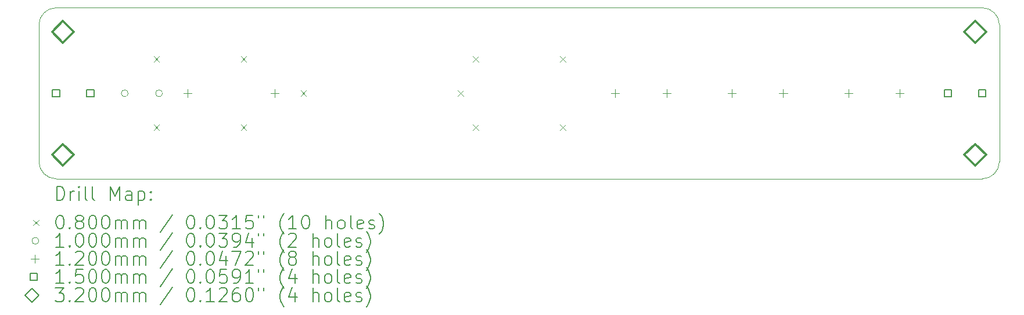
<source format=gbr>
%TF.GenerationSoftware,KiCad,Pcbnew,9.0.2-9.0.2-0~ubuntu22.04.1*%
%TF.CreationDate,2025-06-09T06:08:29+02:00*%
%TF.ProjectId,passive_PSU_Rev-A,70617373-6976-4655-9f50-53555f526576,rev?*%
%TF.SameCoordinates,Original*%
%TF.FileFunction,Drillmap*%
%TF.FilePolarity,Positive*%
%FSLAX45Y45*%
G04 Gerber Fmt 4.5, Leading zero omitted, Abs format (unit mm)*
G04 Created by KiCad (PCBNEW 9.0.2-9.0.2-0~ubuntu22.04.1) date 2025-06-09 06:08:29*
%MOMM*%
%LPD*%
G01*
G04 APERTURE LIST*
%ADD10C,0.050000*%
%ADD11C,0.200000*%
%ADD12C,0.100000*%
%ADD13C,0.120000*%
%ADD14C,0.150000*%
%ADD15C,0.320000*%
G04 APERTURE END LIST*
D10*
X5000000Y-7000000D02*
X5000000Y-9000000D01*
X5250000Y-9250000D02*
X18750000Y-9250000D01*
X19000000Y-9000000D02*
G75*
G02*
X18750000Y-9250000I-250000J0D01*
G01*
X19000000Y-7000000D02*
X19000000Y-9000000D01*
X5250000Y-6750000D02*
X18750000Y-6750000D01*
X18750000Y-6750000D02*
G75*
G02*
X19000000Y-7000000I0J-250000D01*
G01*
X5250000Y-9250000D02*
G75*
G02*
X5000000Y-9000000I0J250000D01*
G01*
X5000000Y-7000000D02*
G75*
G02*
X5250000Y-6750000I250000J0D01*
G01*
D11*
D12*
X6675000Y-7460000D02*
X6755000Y-7540000D01*
X6755000Y-7460000D02*
X6675000Y-7540000D01*
X6675000Y-8460000D02*
X6755000Y-8540000D01*
X6755000Y-8460000D02*
X6675000Y-8540000D01*
X7945000Y-7460000D02*
X8025000Y-7540000D01*
X8025000Y-7460000D02*
X7945000Y-7540000D01*
X7945000Y-8460000D02*
X8025000Y-8540000D01*
X8025000Y-8460000D02*
X7945000Y-8540000D01*
X8815500Y-7960000D02*
X8895500Y-8040000D01*
X8895500Y-7960000D02*
X8815500Y-8040000D01*
X11105500Y-7960000D02*
X11185500Y-8040000D01*
X11185500Y-7960000D02*
X11105500Y-8040000D01*
X11325000Y-7460000D02*
X11405000Y-7540000D01*
X11405000Y-7460000D02*
X11325000Y-7540000D01*
X11325000Y-8460000D02*
X11405000Y-8540000D01*
X11405000Y-8460000D02*
X11325000Y-8540000D01*
X12595000Y-7460000D02*
X12675000Y-7540000D01*
X12675000Y-7460000D02*
X12595000Y-7540000D01*
X12595000Y-8460000D02*
X12675000Y-8540000D01*
X12675000Y-8460000D02*
X12595000Y-8540000D01*
X6300000Y-8000000D02*
G75*
G02*
X6200000Y-8000000I-50000J0D01*
G01*
X6200000Y-8000000D02*
G75*
G02*
X6300000Y-8000000I50000J0D01*
G01*
X6800000Y-8000000D02*
G75*
G02*
X6700000Y-8000000I-50000J0D01*
G01*
X6700000Y-8000000D02*
G75*
G02*
X6800000Y-8000000I50000J0D01*
G01*
D13*
X7165000Y-7940000D02*
X7165000Y-8060000D01*
X7105000Y-8000000D02*
X7225000Y-8000000D01*
X8435000Y-7940000D02*
X8435000Y-8060000D01*
X8375000Y-8000000D02*
X8495000Y-8000000D01*
X13398725Y-7940000D02*
X13398725Y-8060000D01*
X13338725Y-8000000D02*
X13458725Y-8000000D01*
X14148725Y-7940000D02*
X14148725Y-8060000D01*
X14088725Y-8000000D02*
X14208725Y-8000000D01*
X15098725Y-7940000D02*
X15098725Y-8060000D01*
X15038725Y-8000000D02*
X15158725Y-8000000D01*
X15848725Y-7940000D02*
X15848725Y-8060000D01*
X15788725Y-8000000D02*
X15908725Y-8000000D01*
X16798725Y-7940000D02*
X16798725Y-8060000D01*
X16738725Y-8000000D02*
X16858725Y-8000000D01*
X17548725Y-7940000D02*
X17548725Y-8060000D01*
X17488725Y-8000000D02*
X17608725Y-8000000D01*
D14*
X5303034Y-8053033D02*
X5303034Y-7946966D01*
X5196967Y-7946966D01*
X5196967Y-8053033D01*
X5303034Y-8053033D01*
X5803033Y-8053033D02*
X5803033Y-7946966D01*
X5696966Y-7946966D01*
X5696966Y-8053033D01*
X5803033Y-8053033D01*
X18303034Y-8053033D02*
X18303034Y-7946966D01*
X18196967Y-7946966D01*
X18196967Y-8053033D01*
X18303034Y-8053033D01*
X18803034Y-8053033D02*
X18803034Y-7946966D01*
X18696967Y-7946966D01*
X18696967Y-8053033D01*
X18803034Y-8053033D01*
D15*
X5350000Y-7260000D02*
X5510000Y-7100000D01*
X5350000Y-6940000D01*
X5190000Y-7100000D01*
X5350000Y-7260000D01*
X5350000Y-9060000D02*
X5510000Y-8900000D01*
X5350000Y-8740000D01*
X5190000Y-8900000D01*
X5350000Y-9060000D01*
X18650000Y-7260000D02*
X18810000Y-7100000D01*
X18650000Y-6940000D01*
X18490000Y-7100000D01*
X18650000Y-7260000D01*
X18650000Y-9060000D02*
X18810000Y-8900000D01*
X18650000Y-8740000D01*
X18490000Y-8900000D01*
X18650000Y-9060000D01*
D11*
X5258277Y-9563984D02*
X5258277Y-9363984D01*
X5258277Y-9363984D02*
X5305896Y-9363984D01*
X5305896Y-9363984D02*
X5334467Y-9373508D01*
X5334467Y-9373508D02*
X5353515Y-9392555D01*
X5353515Y-9392555D02*
X5363039Y-9411603D01*
X5363039Y-9411603D02*
X5372563Y-9449698D01*
X5372563Y-9449698D02*
X5372563Y-9478270D01*
X5372563Y-9478270D02*
X5363039Y-9516365D01*
X5363039Y-9516365D02*
X5353515Y-9535412D01*
X5353515Y-9535412D02*
X5334467Y-9554460D01*
X5334467Y-9554460D02*
X5305896Y-9563984D01*
X5305896Y-9563984D02*
X5258277Y-9563984D01*
X5458277Y-9563984D02*
X5458277Y-9430650D01*
X5458277Y-9468746D02*
X5467801Y-9449698D01*
X5467801Y-9449698D02*
X5477324Y-9440174D01*
X5477324Y-9440174D02*
X5496372Y-9430650D01*
X5496372Y-9430650D02*
X5515420Y-9430650D01*
X5582086Y-9563984D02*
X5582086Y-9430650D01*
X5582086Y-9363984D02*
X5572563Y-9373508D01*
X5572563Y-9373508D02*
X5582086Y-9383031D01*
X5582086Y-9383031D02*
X5591610Y-9373508D01*
X5591610Y-9373508D02*
X5582086Y-9363984D01*
X5582086Y-9363984D02*
X5582086Y-9383031D01*
X5705896Y-9563984D02*
X5686848Y-9554460D01*
X5686848Y-9554460D02*
X5677324Y-9535412D01*
X5677324Y-9535412D02*
X5677324Y-9363984D01*
X5810658Y-9563984D02*
X5791610Y-9554460D01*
X5791610Y-9554460D02*
X5782086Y-9535412D01*
X5782086Y-9535412D02*
X5782086Y-9363984D01*
X6039229Y-9563984D02*
X6039229Y-9363984D01*
X6039229Y-9363984D02*
X6105896Y-9506841D01*
X6105896Y-9506841D02*
X6172562Y-9363984D01*
X6172562Y-9363984D02*
X6172562Y-9563984D01*
X6353515Y-9563984D02*
X6353515Y-9459222D01*
X6353515Y-9459222D02*
X6343991Y-9440174D01*
X6343991Y-9440174D02*
X6324943Y-9430650D01*
X6324943Y-9430650D02*
X6286848Y-9430650D01*
X6286848Y-9430650D02*
X6267801Y-9440174D01*
X6353515Y-9554460D02*
X6334467Y-9563984D01*
X6334467Y-9563984D02*
X6286848Y-9563984D01*
X6286848Y-9563984D02*
X6267801Y-9554460D01*
X6267801Y-9554460D02*
X6258277Y-9535412D01*
X6258277Y-9535412D02*
X6258277Y-9516365D01*
X6258277Y-9516365D02*
X6267801Y-9497317D01*
X6267801Y-9497317D02*
X6286848Y-9487793D01*
X6286848Y-9487793D02*
X6334467Y-9487793D01*
X6334467Y-9487793D02*
X6353515Y-9478270D01*
X6448753Y-9430650D02*
X6448753Y-9630650D01*
X6448753Y-9440174D02*
X6467801Y-9430650D01*
X6467801Y-9430650D02*
X6505896Y-9430650D01*
X6505896Y-9430650D02*
X6524943Y-9440174D01*
X6524943Y-9440174D02*
X6534467Y-9449698D01*
X6534467Y-9449698D02*
X6543991Y-9468746D01*
X6543991Y-9468746D02*
X6543991Y-9525889D01*
X6543991Y-9525889D02*
X6534467Y-9544936D01*
X6534467Y-9544936D02*
X6524943Y-9554460D01*
X6524943Y-9554460D02*
X6505896Y-9563984D01*
X6505896Y-9563984D02*
X6467801Y-9563984D01*
X6467801Y-9563984D02*
X6448753Y-9554460D01*
X6629705Y-9544936D02*
X6639229Y-9554460D01*
X6639229Y-9554460D02*
X6629705Y-9563984D01*
X6629705Y-9563984D02*
X6620182Y-9554460D01*
X6620182Y-9554460D02*
X6629705Y-9544936D01*
X6629705Y-9544936D02*
X6629705Y-9563984D01*
X6629705Y-9440174D02*
X6639229Y-9449698D01*
X6639229Y-9449698D02*
X6629705Y-9459222D01*
X6629705Y-9459222D02*
X6620182Y-9449698D01*
X6620182Y-9449698D02*
X6629705Y-9440174D01*
X6629705Y-9440174D02*
X6629705Y-9459222D01*
D12*
X4917500Y-9852500D02*
X4997500Y-9932500D01*
X4997500Y-9852500D02*
X4917500Y-9932500D01*
D11*
X5296372Y-9783984D02*
X5315420Y-9783984D01*
X5315420Y-9783984D02*
X5334467Y-9793508D01*
X5334467Y-9793508D02*
X5343991Y-9803031D01*
X5343991Y-9803031D02*
X5353515Y-9822079D01*
X5353515Y-9822079D02*
X5363039Y-9860174D01*
X5363039Y-9860174D02*
X5363039Y-9907793D01*
X5363039Y-9907793D02*
X5353515Y-9945889D01*
X5353515Y-9945889D02*
X5343991Y-9964936D01*
X5343991Y-9964936D02*
X5334467Y-9974460D01*
X5334467Y-9974460D02*
X5315420Y-9983984D01*
X5315420Y-9983984D02*
X5296372Y-9983984D01*
X5296372Y-9983984D02*
X5277324Y-9974460D01*
X5277324Y-9974460D02*
X5267801Y-9964936D01*
X5267801Y-9964936D02*
X5258277Y-9945889D01*
X5258277Y-9945889D02*
X5248753Y-9907793D01*
X5248753Y-9907793D02*
X5248753Y-9860174D01*
X5248753Y-9860174D02*
X5258277Y-9822079D01*
X5258277Y-9822079D02*
X5267801Y-9803031D01*
X5267801Y-9803031D02*
X5277324Y-9793508D01*
X5277324Y-9793508D02*
X5296372Y-9783984D01*
X5448753Y-9964936D02*
X5458277Y-9974460D01*
X5458277Y-9974460D02*
X5448753Y-9983984D01*
X5448753Y-9983984D02*
X5439229Y-9974460D01*
X5439229Y-9974460D02*
X5448753Y-9964936D01*
X5448753Y-9964936D02*
X5448753Y-9983984D01*
X5572563Y-9869698D02*
X5553515Y-9860174D01*
X5553515Y-9860174D02*
X5543991Y-9850650D01*
X5543991Y-9850650D02*
X5534467Y-9831603D01*
X5534467Y-9831603D02*
X5534467Y-9822079D01*
X5534467Y-9822079D02*
X5543991Y-9803031D01*
X5543991Y-9803031D02*
X5553515Y-9793508D01*
X5553515Y-9793508D02*
X5572563Y-9783984D01*
X5572563Y-9783984D02*
X5610658Y-9783984D01*
X5610658Y-9783984D02*
X5629705Y-9793508D01*
X5629705Y-9793508D02*
X5639229Y-9803031D01*
X5639229Y-9803031D02*
X5648753Y-9822079D01*
X5648753Y-9822079D02*
X5648753Y-9831603D01*
X5648753Y-9831603D02*
X5639229Y-9850650D01*
X5639229Y-9850650D02*
X5629705Y-9860174D01*
X5629705Y-9860174D02*
X5610658Y-9869698D01*
X5610658Y-9869698D02*
X5572563Y-9869698D01*
X5572563Y-9869698D02*
X5553515Y-9879222D01*
X5553515Y-9879222D02*
X5543991Y-9888746D01*
X5543991Y-9888746D02*
X5534467Y-9907793D01*
X5534467Y-9907793D02*
X5534467Y-9945889D01*
X5534467Y-9945889D02*
X5543991Y-9964936D01*
X5543991Y-9964936D02*
X5553515Y-9974460D01*
X5553515Y-9974460D02*
X5572563Y-9983984D01*
X5572563Y-9983984D02*
X5610658Y-9983984D01*
X5610658Y-9983984D02*
X5629705Y-9974460D01*
X5629705Y-9974460D02*
X5639229Y-9964936D01*
X5639229Y-9964936D02*
X5648753Y-9945889D01*
X5648753Y-9945889D02*
X5648753Y-9907793D01*
X5648753Y-9907793D02*
X5639229Y-9888746D01*
X5639229Y-9888746D02*
X5629705Y-9879222D01*
X5629705Y-9879222D02*
X5610658Y-9869698D01*
X5772562Y-9783984D02*
X5791610Y-9783984D01*
X5791610Y-9783984D02*
X5810658Y-9793508D01*
X5810658Y-9793508D02*
X5820182Y-9803031D01*
X5820182Y-9803031D02*
X5829705Y-9822079D01*
X5829705Y-9822079D02*
X5839229Y-9860174D01*
X5839229Y-9860174D02*
X5839229Y-9907793D01*
X5839229Y-9907793D02*
X5829705Y-9945889D01*
X5829705Y-9945889D02*
X5820182Y-9964936D01*
X5820182Y-9964936D02*
X5810658Y-9974460D01*
X5810658Y-9974460D02*
X5791610Y-9983984D01*
X5791610Y-9983984D02*
X5772562Y-9983984D01*
X5772562Y-9983984D02*
X5753515Y-9974460D01*
X5753515Y-9974460D02*
X5743991Y-9964936D01*
X5743991Y-9964936D02*
X5734467Y-9945889D01*
X5734467Y-9945889D02*
X5724943Y-9907793D01*
X5724943Y-9907793D02*
X5724943Y-9860174D01*
X5724943Y-9860174D02*
X5734467Y-9822079D01*
X5734467Y-9822079D02*
X5743991Y-9803031D01*
X5743991Y-9803031D02*
X5753515Y-9793508D01*
X5753515Y-9793508D02*
X5772562Y-9783984D01*
X5963039Y-9783984D02*
X5982086Y-9783984D01*
X5982086Y-9783984D02*
X6001134Y-9793508D01*
X6001134Y-9793508D02*
X6010658Y-9803031D01*
X6010658Y-9803031D02*
X6020182Y-9822079D01*
X6020182Y-9822079D02*
X6029705Y-9860174D01*
X6029705Y-9860174D02*
X6029705Y-9907793D01*
X6029705Y-9907793D02*
X6020182Y-9945889D01*
X6020182Y-9945889D02*
X6010658Y-9964936D01*
X6010658Y-9964936D02*
X6001134Y-9974460D01*
X6001134Y-9974460D02*
X5982086Y-9983984D01*
X5982086Y-9983984D02*
X5963039Y-9983984D01*
X5963039Y-9983984D02*
X5943991Y-9974460D01*
X5943991Y-9974460D02*
X5934467Y-9964936D01*
X5934467Y-9964936D02*
X5924943Y-9945889D01*
X5924943Y-9945889D02*
X5915420Y-9907793D01*
X5915420Y-9907793D02*
X5915420Y-9860174D01*
X5915420Y-9860174D02*
X5924943Y-9822079D01*
X5924943Y-9822079D02*
X5934467Y-9803031D01*
X5934467Y-9803031D02*
X5943991Y-9793508D01*
X5943991Y-9793508D02*
X5963039Y-9783984D01*
X6115420Y-9983984D02*
X6115420Y-9850650D01*
X6115420Y-9869698D02*
X6124943Y-9860174D01*
X6124943Y-9860174D02*
X6143991Y-9850650D01*
X6143991Y-9850650D02*
X6172563Y-9850650D01*
X6172563Y-9850650D02*
X6191610Y-9860174D01*
X6191610Y-9860174D02*
X6201134Y-9879222D01*
X6201134Y-9879222D02*
X6201134Y-9983984D01*
X6201134Y-9879222D02*
X6210658Y-9860174D01*
X6210658Y-9860174D02*
X6229705Y-9850650D01*
X6229705Y-9850650D02*
X6258277Y-9850650D01*
X6258277Y-9850650D02*
X6277324Y-9860174D01*
X6277324Y-9860174D02*
X6286848Y-9879222D01*
X6286848Y-9879222D02*
X6286848Y-9983984D01*
X6382086Y-9983984D02*
X6382086Y-9850650D01*
X6382086Y-9869698D02*
X6391610Y-9860174D01*
X6391610Y-9860174D02*
X6410658Y-9850650D01*
X6410658Y-9850650D02*
X6439229Y-9850650D01*
X6439229Y-9850650D02*
X6458277Y-9860174D01*
X6458277Y-9860174D02*
X6467801Y-9879222D01*
X6467801Y-9879222D02*
X6467801Y-9983984D01*
X6467801Y-9879222D02*
X6477324Y-9860174D01*
X6477324Y-9860174D02*
X6496372Y-9850650D01*
X6496372Y-9850650D02*
X6524943Y-9850650D01*
X6524943Y-9850650D02*
X6543991Y-9860174D01*
X6543991Y-9860174D02*
X6553515Y-9879222D01*
X6553515Y-9879222D02*
X6553515Y-9983984D01*
X6943991Y-9774460D02*
X6772563Y-10031603D01*
X7201134Y-9783984D02*
X7220182Y-9783984D01*
X7220182Y-9783984D02*
X7239229Y-9793508D01*
X7239229Y-9793508D02*
X7248753Y-9803031D01*
X7248753Y-9803031D02*
X7258277Y-9822079D01*
X7258277Y-9822079D02*
X7267801Y-9860174D01*
X7267801Y-9860174D02*
X7267801Y-9907793D01*
X7267801Y-9907793D02*
X7258277Y-9945889D01*
X7258277Y-9945889D02*
X7248753Y-9964936D01*
X7248753Y-9964936D02*
X7239229Y-9974460D01*
X7239229Y-9974460D02*
X7220182Y-9983984D01*
X7220182Y-9983984D02*
X7201134Y-9983984D01*
X7201134Y-9983984D02*
X7182086Y-9974460D01*
X7182086Y-9974460D02*
X7172563Y-9964936D01*
X7172563Y-9964936D02*
X7163039Y-9945889D01*
X7163039Y-9945889D02*
X7153515Y-9907793D01*
X7153515Y-9907793D02*
X7153515Y-9860174D01*
X7153515Y-9860174D02*
X7163039Y-9822079D01*
X7163039Y-9822079D02*
X7172563Y-9803031D01*
X7172563Y-9803031D02*
X7182086Y-9793508D01*
X7182086Y-9793508D02*
X7201134Y-9783984D01*
X7353515Y-9964936D02*
X7363039Y-9974460D01*
X7363039Y-9974460D02*
X7353515Y-9983984D01*
X7353515Y-9983984D02*
X7343991Y-9974460D01*
X7343991Y-9974460D02*
X7353515Y-9964936D01*
X7353515Y-9964936D02*
X7353515Y-9983984D01*
X7486848Y-9783984D02*
X7505896Y-9783984D01*
X7505896Y-9783984D02*
X7524944Y-9793508D01*
X7524944Y-9793508D02*
X7534467Y-9803031D01*
X7534467Y-9803031D02*
X7543991Y-9822079D01*
X7543991Y-9822079D02*
X7553515Y-9860174D01*
X7553515Y-9860174D02*
X7553515Y-9907793D01*
X7553515Y-9907793D02*
X7543991Y-9945889D01*
X7543991Y-9945889D02*
X7534467Y-9964936D01*
X7534467Y-9964936D02*
X7524944Y-9974460D01*
X7524944Y-9974460D02*
X7505896Y-9983984D01*
X7505896Y-9983984D02*
X7486848Y-9983984D01*
X7486848Y-9983984D02*
X7467801Y-9974460D01*
X7467801Y-9974460D02*
X7458277Y-9964936D01*
X7458277Y-9964936D02*
X7448753Y-9945889D01*
X7448753Y-9945889D02*
X7439229Y-9907793D01*
X7439229Y-9907793D02*
X7439229Y-9860174D01*
X7439229Y-9860174D02*
X7448753Y-9822079D01*
X7448753Y-9822079D02*
X7458277Y-9803031D01*
X7458277Y-9803031D02*
X7467801Y-9793508D01*
X7467801Y-9793508D02*
X7486848Y-9783984D01*
X7620182Y-9783984D02*
X7743991Y-9783984D01*
X7743991Y-9783984D02*
X7677325Y-9860174D01*
X7677325Y-9860174D02*
X7705896Y-9860174D01*
X7705896Y-9860174D02*
X7724944Y-9869698D01*
X7724944Y-9869698D02*
X7734467Y-9879222D01*
X7734467Y-9879222D02*
X7743991Y-9898270D01*
X7743991Y-9898270D02*
X7743991Y-9945889D01*
X7743991Y-9945889D02*
X7734467Y-9964936D01*
X7734467Y-9964936D02*
X7724944Y-9974460D01*
X7724944Y-9974460D02*
X7705896Y-9983984D01*
X7705896Y-9983984D02*
X7648753Y-9983984D01*
X7648753Y-9983984D02*
X7629706Y-9974460D01*
X7629706Y-9974460D02*
X7620182Y-9964936D01*
X7934467Y-9983984D02*
X7820182Y-9983984D01*
X7877325Y-9983984D02*
X7877325Y-9783984D01*
X7877325Y-9783984D02*
X7858277Y-9812555D01*
X7858277Y-9812555D02*
X7839229Y-9831603D01*
X7839229Y-9831603D02*
X7820182Y-9841127D01*
X8115420Y-9783984D02*
X8020182Y-9783984D01*
X8020182Y-9783984D02*
X8010658Y-9879222D01*
X8010658Y-9879222D02*
X8020182Y-9869698D01*
X8020182Y-9869698D02*
X8039229Y-9860174D01*
X8039229Y-9860174D02*
X8086848Y-9860174D01*
X8086848Y-9860174D02*
X8105896Y-9869698D01*
X8105896Y-9869698D02*
X8115420Y-9879222D01*
X8115420Y-9879222D02*
X8124944Y-9898270D01*
X8124944Y-9898270D02*
X8124944Y-9945889D01*
X8124944Y-9945889D02*
X8115420Y-9964936D01*
X8115420Y-9964936D02*
X8105896Y-9974460D01*
X8105896Y-9974460D02*
X8086848Y-9983984D01*
X8086848Y-9983984D02*
X8039229Y-9983984D01*
X8039229Y-9983984D02*
X8020182Y-9974460D01*
X8020182Y-9974460D02*
X8010658Y-9964936D01*
X8201134Y-9783984D02*
X8201134Y-9822079D01*
X8277325Y-9783984D02*
X8277325Y-9822079D01*
X8572563Y-10060174D02*
X8563039Y-10050650D01*
X8563039Y-10050650D02*
X8543991Y-10022079D01*
X8543991Y-10022079D02*
X8534468Y-10003031D01*
X8534468Y-10003031D02*
X8524944Y-9974460D01*
X8524944Y-9974460D02*
X8515420Y-9926841D01*
X8515420Y-9926841D02*
X8515420Y-9888746D01*
X8515420Y-9888746D02*
X8524944Y-9841127D01*
X8524944Y-9841127D02*
X8534468Y-9812555D01*
X8534468Y-9812555D02*
X8543991Y-9793508D01*
X8543991Y-9793508D02*
X8563039Y-9764936D01*
X8563039Y-9764936D02*
X8572563Y-9755412D01*
X8753515Y-9983984D02*
X8639230Y-9983984D01*
X8696372Y-9983984D02*
X8696372Y-9783984D01*
X8696372Y-9783984D02*
X8677325Y-9812555D01*
X8677325Y-9812555D02*
X8658277Y-9831603D01*
X8658277Y-9831603D02*
X8639230Y-9841127D01*
X8877325Y-9783984D02*
X8896372Y-9783984D01*
X8896372Y-9783984D02*
X8915420Y-9793508D01*
X8915420Y-9793508D02*
X8924944Y-9803031D01*
X8924944Y-9803031D02*
X8934468Y-9822079D01*
X8934468Y-9822079D02*
X8943991Y-9860174D01*
X8943991Y-9860174D02*
X8943991Y-9907793D01*
X8943991Y-9907793D02*
X8934468Y-9945889D01*
X8934468Y-9945889D02*
X8924944Y-9964936D01*
X8924944Y-9964936D02*
X8915420Y-9974460D01*
X8915420Y-9974460D02*
X8896372Y-9983984D01*
X8896372Y-9983984D02*
X8877325Y-9983984D01*
X8877325Y-9983984D02*
X8858277Y-9974460D01*
X8858277Y-9974460D02*
X8848753Y-9964936D01*
X8848753Y-9964936D02*
X8839230Y-9945889D01*
X8839230Y-9945889D02*
X8829706Y-9907793D01*
X8829706Y-9907793D02*
X8829706Y-9860174D01*
X8829706Y-9860174D02*
X8839230Y-9822079D01*
X8839230Y-9822079D02*
X8848753Y-9803031D01*
X8848753Y-9803031D02*
X8858277Y-9793508D01*
X8858277Y-9793508D02*
X8877325Y-9783984D01*
X9182087Y-9983984D02*
X9182087Y-9783984D01*
X9267801Y-9983984D02*
X9267801Y-9879222D01*
X9267801Y-9879222D02*
X9258277Y-9860174D01*
X9258277Y-9860174D02*
X9239230Y-9850650D01*
X9239230Y-9850650D02*
X9210658Y-9850650D01*
X9210658Y-9850650D02*
X9191611Y-9860174D01*
X9191611Y-9860174D02*
X9182087Y-9869698D01*
X9391611Y-9983984D02*
X9372563Y-9974460D01*
X9372563Y-9974460D02*
X9363039Y-9964936D01*
X9363039Y-9964936D02*
X9353515Y-9945889D01*
X9353515Y-9945889D02*
X9353515Y-9888746D01*
X9353515Y-9888746D02*
X9363039Y-9869698D01*
X9363039Y-9869698D02*
X9372563Y-9860174D01*
X9372563Y-9860174D02*
X9391611Y-9850650D01*
X9391611Y-9850650D02*
X9420182Y-9850650D01*
X9420182Y-9850650D02*
X9439230Y-9860174D01*
X9439230Y-9860174D02*
X9448753Y-9869698D01*
X9448753Y-9869698D02*
X9458277Y-9888746D01*
X9458277Y-9888746D02*
X9458277Y-9945889D01*
X9458277Y-9945889D02*
X9448753Y-9964936D01*
X9448753Y-9964936D02*
X9439230Y-9974460D01*
X9439230Y-9974460D02*
X9420182Y-9983984D01*
X9420182Y-9983984D02*
X9391611Y-9983984D01*
X9572563Y-9983984D02*
X9553515Y-9974460D01*
X9553515Y-9974460D02*
X9543992Y-9955412D01*
X9543992Y-9955412D02*
X9543992Y-9783984D01*
X9724944Y-9974460D02*
X9705896Y-9983984D01*
X9705896Y-9983984D02*
X9667801Y-9983984D01*
X9667801Y-9983984D02*
X9648753Y-9974460D01*
X9648753Y-9974460D02*
X9639230Y-9955412D01*
X9639230Y-9955412D02*
X9639230Y-9879222D01*
X9639230Y-9879222D02*
X9648753Y-9860174D01*
X9648753Y-9860174D02*
X9667801Y-9850650D01*
X9667801Y-9850650D02*
X9705896Y-9850650D01*
X9705896Y-9850650D02*
X9724944Y-9860174D01*
X9724944Y-9860174D02*
X9734468Y-9879222D01*
X9734468Y-9879222D02*
X9734468Y-9898270D01*
X9734468Y-9898270D02*
X9639230Y-9917317D01*
X9810658Y-9974460D02*
X9829706Y-9983984D01*
X9829706Y-9983984D02*
X9867801Y-9983984D01*
X9867801Y-9983984D02*
X9886849Y-9974460D01*
X9886849Y-9974460D02*
X9896373Y-9955412D01*
X9896373Y-9955412D02*
X9896373Y-9945889D01*
X9896373Y-9945889D02*
X9886849Y-9926841D01*
X9886849Y-9926841D02*
X9867801Y-9917317D01*
X9867801Y-9917317D02*
X9839230Y-9917317D01*
X9839230Y-9917317D02*
X9820182Y-9907793D01*
X9820182Y-9907793D02*
X9810658Y-9888746D01*
X9810658Y-9888746D02*
X9810658Y-9879222D01*
X9810658Y-9879222D02*
X9820182Y-9860174D01*
X9820182Y-9860174D02*
X9839230Y-9850650D01*
X9839230Y-9850650D02*
X9867801Y-9850650D01*
X9867801Y-9850650D02*
X9886849Y-9860174D01*
X9963039Y-10060174D02*
X9972563Y-10050650D01*
X9972563Y-10050650D02*
X9991611Y-10022079D01*
X9991611Y-10022079D02*
X10001134Y-10003031D01*
X10001134Y-10003031D02*
X10010658Y-9974460D01*
X10010658Y-9974460D02*
X10020182Y-9926841D01*
X10020182Y-9926841D02*
X10020182Y-9888746D01*
X10020182Y-9888746D02*
X10010658Y-9841127D01*
X10010658Y-9841127D02*
X10001134Y-9812555D01*
X10001134Y-9812555D02*
X9991611Y-9793508D01*
X9991611Y-9793508D02*
X9972563Y-9764936D01*
X9972563Y-9764936D02*
X9963039Y-9755412D01*
D12*
X4997500Y-10156500D02*
G75*
G02*
X4897500Y-10156500I-50000J0D01*
G01*
X4897500Y-10156500D02*
G75*
G02*
X4997500Y-10156500I50000J0D01*
G01*
D11*
X5363039Y-10247984D02*
X5248753Y-10247984D01*
X5305896Y-10247984D02*
X5305896Y-10047984D01*
X5305896Y-10047984D02*
X5286848Y-10076555D01*
X5286848Y-10076555D02*
X5267801Y-10095603D01*
X5267801Y-10095603D02*
X5248753Y-10105127D01*
X5448753Y-10228936D02*
X5458277Y-10238460D01*
X5458277Y-10238460D02*
X5448753Y-10247984D01*
X5448753Y-10247984D02*
X5439229Y-10238460D01*
X5439229Y-10238460D02*
X5448753Y-10228936D01*
X5448753Y-10228936D02*
X5448753Y-10247984D01*
X5582086Y-10047984D02*
X5601134Y-10047984D01*
X5601134Y-10047984D02*
X5620182Y-10057508D01*
X5620182Y-10057508D02*
X5629705Y-10067031D01*
X5629705Y-10067031D02*
X5639229Y-10086079D01*
X5639229Y-10086079D02*
X5648753Y-10124174D01*
X5648753Y-10124174D02*
X5648753Y-10171793D01*
X5648753Y-10171793D02*
X5639229Y-10209889D01*
X5639229Y-10209889D02*
X5629705Y-10228936D01*
X5629705Y-10228936D02*
X5620182Y-10238460D01*
X5620182Y-10238460D02*
X5601134Y-10247984D01*
X5601134Y-10247984D02*
X5582086Y-10247984D01*
X5582086Y-10247984D02*
X5563039Y-10238460D01*
X5563039Y-10238460D02*
X5553515Y-10228936D01*
X5553515Y-10228936D02*
X5543991Y-10209889D01*
X5543991Y-10209889D02*
X5534467Y-10171793D01*
X5534467Y-10171793D02*
X5534467Y-10124174D01*
X5534467Y-10124174D02*
X5543991Y-10086079D01*
X5543991Y-10086079D02*
X5553515Y-10067031D01*
X5553515Y-10067031D02*
X5563039Y-10057508D01*
X5563039Y-10057508D02*
X5582086Y-10047984D01*
X5772562Y-10047984D02*
X5791610Y-10047984D01*
X5791610Y-10047984D02*
X5810658Y-10057508D01*
X5810658Y-10057508D02*
X5820182Y-10067031D01*
X5820182Y-10067031D02*
X5829705Y-10086079D01*
X5829705Y-10086079D02*
X5839229Y-10124174D01*
X5839229Y-10124174D02*
X5839229Y-10171793D01*
X5839229Y-10171793D02*
X5829705Y-10209889D01*
X5829705Y-10209889D02*
X5820182Y-10228936D01*
X5820182Y-10228936D02*
X5810658Y-10238460D01*
X5810658Y-10238460D02*
X5791610Y-10247984D01*
X5791610Y-10247984D02*
X5772562Y-10247984D01*
X5772562Y-10247984D02*
X5753515Y-10238460D01*
X5753515Y-10238460D02*
X5743991Y-10228936D01*
X5743991Y-10228936D02*
X5734467Y-10209889D01*
X5734467Y-10209889D02*
X5724943Y-10171793D01*
X5724943Y-10171793D02*
X5724943Y-10124174D01*
X5724943Y-10124174D02*
X5734467Y-10086079D01*
X5734467Y-10086079D02*
X5743991Y-10067031D01*
X5743991Y-10067031D02*
X5753515Y-10057508D01*
X5753515Y-10057508D02*
X5772562Y-10047984D01*
X5963039Y-10047984D02*
X5982086Y-10047984D01*
X5982086Y-10047984D02*
X6001134Y-10057508D01*
X6001134Y-10057508D02*
X6010658Y-10067031D01*
X6010658Y-10067031D02*
X6020182Y-10086079D01*
X6020182Y-10086079D02*
X6029705Y-10124174D01*
X6029705Y-10124174D02*
X6029705Y-10171793D01*
X6029705Y-10171793D02*
X6020182Y-10209889D01*
X6020182Y-10209889D02*
X6010658Y-10228936D01*
X6010658Y-10228936D02*
X6001134Y-10238460D01*
X6001134Y-10238460D02*
X5982086Y-10247984D01*
X5982086Y-10247984D02*
X5963039Y-10247984D01*
X5963039Y-10247984D02*
X5943991Y-10238460D01*
X5943991Y-10238460D02*
X5934467Y-10228936D01*
X5934467Y-10228936D02*
X5924943Y-10209889D01*
X5924943Y-10209889D02*
X5915420Y-10171793D01*
X5915420Y-10171793D02*
X5915420Y-10124174D01*
X5915420Y-10124174D02*
X5924943Y-10086079D01*
X5924943Y-10086079D02*
X5934467Y-10067031D01*
X5934467Y-10067031D02*
X5943991Y-10057508D01*
X5943991Y-10057508D02*
X5963039Y-10047984D01*
X6115420Y-10247984D02*
X6115420Y-10114650D01*
X6115420Y-10133698D02*
X6124943Y-10124174D01*
X6124943Y-10124174D02*
X6143991Y-10114650D01*
X6143991Y-10114650D02*
X6172563Y-10114650D01*
X6172563Y-10114650D02*
X6191610Y-10124174D01*
X6191610Y-10124174D02*
X6201134Y-10143222D01*
X6201134Y-10143222D02*
X6201134Y-10247984D01*
X6201134Y-10143222D02*
X6210658Y-10124174D01*
X6210658Y-10124174D02*
X6229705Y-10114650D01*
X6229705Y-10114650D02*
X6258277Y-10114650D01*
X6258277Y-10114650D02*
X6277324Y-10124174D01*
X6277324Y-10124174D02*
X6286848Y-10143222D01*
X6286848Y-10143222D02*
X6286848Y-10247984D01*
X6382086Y-10247984D02*
X6382086Y-10114650D01*
X6382086Y-10133698D02*
X6391610Y-10124174D01*
X6391610Y-10124174D02*
X6410658Y-10114650D01*
X6410658Y-10114650D02*
X6439229Y-10114650D01*
X6439229Y-10114650D02*
X6458277Y-10124174D01*
X6458277Y-10124174D02*
X6467801Y-10143222D01*
X6467801Y-10143222D02*
X6467801Y-10247984D01*
X6467801Y-10143222D02*
X6477324Y-10124174D01*
X6477324Y-10124174D02*
X6496372Y-10114650D01*
X6496372Y-10114650D02*
X6524943Y-10114650D01*
X6524943Y-10114650D02*
X6543991Y-10124174D01*
X6543991Y-10124174D02*
X6553515Y-10143222D01*
X6553515Y-10143222D02*
X6553515Y-10247984D01*
X6943991Y-10038460D02*
X6772563Y-10295603D01*
X7201134Y-10047984D02*
X7220182Y-10047984D01*
X7220182Y-10047984D02*
X7239229Y-10057508D01*
X7239229Y-10057508D02*
X7248753Y-10067031D01*
X7248753Y-10067031D02*
X7258277Y-10086079D01*
X7258277Y-10086079D02*
X7267801Y-10124174D01*
X7267801Y-10124174D02*
X7267801Y-10171793D01*
X7267801Y-10171793D02*
X7258277Y-10209889D01*
X7258277Y-10209889D02*
X7248753Y-10228936D01*
X7248753Y-10228936D02*
X7239229Y-10238460D01*
X7239229Y-10238460D02*
X7220182Y-10247984D01*
X7220182Y-10247984D02*
X7201134Y-10247984D01*
X7201134Y-10247984D02*
X7182086Y-10238460D01*
X7182086Y-10238460D02*
X7172563Y-10228936D01*
X7172563Y-10228936D02*
X7163039Y-10209889D01*
X7163039Y-10209889D02*
X7153515Y-10171793D01*
X7153515Y-10171793D02*
X7153515Y-10124174D01*
X7153515Y-10124174D02*
X7163039Y-10086079D01*
X7163039Y-10086079D02*
X7172563Y-10067031D01*
X7172563Y-10067031D02*
X7182086Y-10057508D01*
X7182086Y-10057508D02*
X7201134Y-10047984D01*
X7353515Y-10228936D02*
X7363039Y-10238460D01*
X7363039Y-10238460D02*
X7353515Y-10247984D01*
X7353515Y-10247984D02*
X7343991Y-10238460D01*
X7343991Y-10238460D02*
X7353515Y-10228936D01*
X7353515Y-10228936D02*
X7353515Y-10247984D01*
X7486848Y-10047984D02*
X7505896Y-10047984D01*
X7505896Y-10047984D02*
X7524944Y-10057508D01*
X7524944Y-10057508D02*
X7534467Y-10067031D01*
X7534467Y-10067031D02*
X7543991Y-10086079D01*
X7543991Y-10086079D02*
X7553515Y-10124174D01*
X7553515Y-10124174D02*
X7553515Y-10171793D01*
X7553515Y-10171793D02*
X7543991Y-10209889D01*
X7543991Y-10209889D02*
X7534467Y-10228936D01*
X7534467Y-10228936D02*
X7524944Y-10238460D01*
X7524944Y-10238460D02*
X7505896Y-10247984D01*
X7505896Y-10247984D02*
X7486848Y-10247984D01*
X7486848Y-10247984D02*
X7467801Y-10238460D01*
X7467801Y-10238460D02*
X7458277Y-10228936D01*
X7458277Y-10228936D02*
X7448753Y-10209889D01*
X7448753Y-10209889D02*
X7439229Y-10171793D01*
X7439229Y-10171793D02*
X7439229Y-10124174D01*
X7439229Y-10124174D02*
X7448753Y-10086079D01*
X7448753Y-10086079D02*
X7458277Y-10067031D01*
X7458277Y-10067031D02*
X7467801Y-10057508D01*
X7467801Y-10057508D02*
X7486848Y-10047984D01*
X7620182Y-10047984D02*
X7743991Y-10047984D01*
X7743991Y-10047984D02*
X7677325Y-10124174D01*
X7677325Y-10124174D02*
X7705896Y-10124174D01*
X7705896Y-10124174D02*
X7724944Y-10133698D01*
X7724944Y-10133698D02*
X7734467Y-10143222D01*
X7734467Y-10143222D02*
X7743991Y-10162270D01*
X7743991Y-10162270D02*
X7743991Y-10209889D01*
X7743991Y-10209889D02*
X7734467Y-10228936D01*
X7734467Y-10228936D02*
X7724944Y-10238460D01*
X7724944Y-10238460D02*
X7705896Y-10247984D01*
X7705896Y-10247984D02*
X7648753Y-10247984D01*
X7648753Y-10247984D02*
X7629706Y-10238460D01*
X7629706Y-10238460D02*
X7620182Y-10228936D01*
X7839229Y-10247984D02*
X7877325Y-10247984D01*
X7877325Y-10247984D02*
X7896372Y-10238460D01*
X7896372Y-10238460D02*
X7905896Y-10228936D01*
X7905896Y-10228936D02*
X7924944Y-10200365D01*
X7924944Y-10200365D02*
X7934467Y-10162270D01*
X7934467Y-10162270D02*
X7934467Y-10086079D01*
X7934467Y-10086079D02*
X7924944Y-10067031D01*
X7924944Y-10067031D02*
X7915420Y-10057508D01*
X7915420Y-10057508D02*
X7896372Y-10047984D01*
X7896372Y-10047984D02*
X7858277Y-10047984D01*
X7858277Y-10047984D02*
X7839229Y-10057508D01*
X7839229Y-10057508D02*
X7829706Y-10067031D01*
X7829706Y-10067031D02*
X7820182Y-10086079D01*
X7820182Y-10086079D02*
X7820182Y-10133698D01*
X7820182Y-10133698D02*
X7829706Y-10152746D01*
X7829706Y-10152746D02*
X7839229Y-10162270D01*
X7839229Y-10162270D02*
X7858277Y-10171793D01*
X7858277Y-10171793D02*
X7896372Y-10171793D01*
X7896372Y-10171793D02*
X7915420Y-10162270D01*
X7915420Y-10162270D02*
X7924944Y-10152746D01*
X7924944Y-10152746D02*
X7934467Y-10133698D01*
X8105896Y-10114650D02*
X8105896Y-10247984D01*
X8058277Y-10038460D02*
X8010658Y-10181317D01*
X8010658Y-10181317D02*
X8134467Y-10181317D01*
X8201134Y-10047984D02*
X8201134Y-10086079D01*
X8277325Y-10047984D02*
X8277325Y-10086079D01*
X8572563Y-10324174D02*
X8563039Y-10314650D01*
X8563039Y-10314650D02*
X8543991Y-10286079D01*
X8543991Y-10286079D02*
X8534468Y-10267031D01*
X8534468Y-10267031D02*
X8524944Y-10238460D01*
X8524944Y-10238460D02*
X8515420Y-10190841D01*
X8515420Y-10190841D02*
X8515420Y-10152746D01*
X8515420Y-10152746D02*
X8524944Y-10105127D01*
X8524944Y-10105127D02*
X8534468Y-10076555D01*
X8534468Y-10076555D02*
X8543991Y-10057508D01*
X8543991Y-10057508D02*
X8563039Y-10028936D01*
X8563039Y-10028936D02*
X8572563Y-10019412D01*
X8639230Y-10067031D02*
X8648753Y-10057508D01*
X8648753Y-10057508D02*
X8667801Y-10047984D01*
X8667801Y-10047984D02*
X8715420Y-10047984D01*
X8715420Y-10047984D02*
X8734468Y-10057508D01*
X8734468Y-10057508D02*
X8743991Y-10067031D01*
X8743991Y-10067031D02*
X8753515Y-10086079D01*
X8753515Y-10086079D02*
X8753515Y-10105127D01*
X8753515Y-10105127D02*
X8743991Y-10133698D01*
X8743991Y-10133698D02*
X8629706Y-10247984D01*
X8629706Y-10247984D02*
X8753515Y-10247984D01*
X8991611Y-10247984D02*
X8991611Y-10047984D01*
X9077325Y-10247984D02*
X9077325Y-10143222D01*
X9077325Y-10143222D02*
X9067801Y-10124174D01*
X9067801Y-10124174D02*
X9048753Y-10114650D01*
X9048753Y-10114650D02*
X9020182Y-10114650D01*
X9020182Y-10114650D02*
X9001134Y-10124174D01*
X9001134Y-10124174D02*
X8991611Y-10133698D01*
X9201134Y-10247984D02*
X9182087Y-10238460D01*
X9182087Y-10238460D02*
X9172563Y-10228936D01*
X9172563Y-10228936D02*
X9163039Y-10209889D01*
X9163039Y-10209889D02*
X9163039Y-10152746D01*
X9163039Y-10152746D02*
X9172563Y-10133698D01*
X9172563Y-10133698D02*
X9182087Y-10124174D01*
X9182087Y-10124174D02*
X9201134Y-10114650D01*
X9201134Y-10114650D02*
X9229706Y-10114650D01*
X9229706Y-10114650D02*
X9248753Y-10124174D01*
X9248753Y-10124174D02*
X9258277Y-10133698D01*
X9258277Y-10133698D02*
X9267801Y-10152746D01*
X9267801Y-10152746D02*
X9267801Y-10209889D01*
X9267801Y-10209889D02*
X9258277Y-10228936D01*
X9258277Y-10228936D02*
X9248753Y-10238460D01*
X9248753Y-10238460D02*
X9229706Y-10247984D01*
X9229706Y-10247984D02*
X9201134Y-10247984D01*
X9382087Y-10247984D02*
X9363039Y-10238460D01*
X9363039Y-10238460D02*
X9353515Y-10219412D01*
X9353515Y-10219412D02*
X9353515Y-10047984D01*
X9534468Y-10238460D02*
X9515420Y-10247984D01*
X9515420Y-10247984D02*
X9477325Y-10247984D01*
X9477325Y-10247984D02*
X9458277Y-10238460D01*
X9458277Y-10238460D02*
X9448753Y-10219412D01*
X9448753Y-10219412D02*
X9448753Y-10143222D01*
X9448753Y-10143222D02*
X9458277Y-10124174D01*
X9458277Y-10124174D02*
X9477325Y-10114650D01*
X9477325Y-10114650D02*
X9515420Y-10114650D01*
X9515420Y-10114650D02*
X9534468Y-10124174D01*
X9534468Y-10124174D02*
X9543992Y-10143222D01*
X9543992Y-10143222D02*
X9543992Y-10162270D01*
X9543992Y-10162270D02*
X9448753Y-10181317D01*
X9620182Y-10238460D02*
X9639230Y-10247984D01*
X9639230Y-10247984D02*
X9677325Y-10247984D01*
X9677325Y-10247984D02*
X9696373Y-10238460D01*
X9696373Y-10238460D02*
X9705896Y-10219412D01*
X9705896Y-10219412D02*
X9705896Y-10209889D01*
X9705896Y-10209889D02*
X9696373Y-10190841D01*
X9696373Y-10190841D02*
X9677325Y-10181317D01*
X9677325Y-10181317D02*
X9648753Y-10181317D01*
X9648753Y-10181317D02*
X9629706Y-10171793D01*
X9629706Y-10171793D02*
X9620182Y-10152746D01*
X9620182Y-10152746D02*
X9620182Y-10143222D01*
X9620182Y-10143222D02*
X9629706Y-10124174D01*
X9629706Y-10124174D02*
X9648753Y-10114650D01*
X9648753Y-10114650D02*
X9677325Y-10114650D01*
X9677325Y-10114650D02*
X9696373Y-10124174D01*
X9772563Y-10324174D02*
X9782087Y-10314650D01*
X9782087Y-10314650D02*
X9801134Y-10286079D01*
X9801134Y-10286079D02*
X9810658Y-10267031D01*
X9810658Y-10267031D02*
X9820182Y-10238460D01*
X9820182Y-10238460D02*
X9829706Y-10190841D01*
X9829706Y-10190841D02*
X9829706Y-10152746D01*
X9829706Y-10152746D02*
X9820182Y-10105127D01*
X9820182Y-10105127D02*
X9810658Y-10076555D01*
X9810658Y-10076555D02*
X9801134Y-10057508D01*
X9801134Y-10057508D02*
X9782087Y-10028936D01*
X9782087Y-10028936D02*
X9772563Y-10019412D01*
D13*
X4937500Y-10360500D02*
X4937500Y-10480500D01*
X4877500Y-10420500D02*
X4997500Y-10420500D01*
D11*
X5363039Y-10511984D02*
X5248753Y-10511984D01*
X5305896Y-10511984D02*
X5305896Y-10311984D01*
X5305896Y-10311984D02*
X5286848Y-10340555D01*
X5286848Y-10340555D02*
X5267801Y-10359603D01*
X5267801Y-10359603D02*
X5248753Y-10369127D01*
X5448753Y-10492936D02*
X5458277Y-10502460D01*
X5458277Y-10502460D02*
X5448753Y-10511984D01*
X5448753Y-10511984D02*
X5439229Y-10502460D01*
X5439229Y-10502460D02*
X5448753Y-10492936D01*
X5448753Y-10492936D02*
X5448753Y-10511984D01*
X5534467Y-10331031D02*
X5543991Y-10321508D01*
X5543991Y-10321508D02*
X5563039Y-10311984D01*
X5563039Y-10311984D02*
X5610658Y-10311984D01*
X5610658Y-10311984D02*
X5629705Y-10321508D01*
X5629705Y-10321508D02*
X5639229Y-10331031D01*
X5639229Y-10331031D02*
X5648753Y-10350079D01*
X5648753Y-10350079D02*
X5648753Y-10369127D01*
X5648753Y-10369127D02*
X5639229Y-10397698D01*
X5639229Y-10397698D02*
X5524944Y-10511984D01*
X5524944Y-10511984D02*
X5648753Y-10511984D01*
X5772562Y-10311984D02*
X5791610Y-10311984D01*
X5791610Y-10311984D02*
X5810658Y-10321508D01*
X5810658Y-10321508D02*
X5820182Y-10331031D01*
X5820182Y-10331031D02*
X5829705Y-10350079D01*
X5829705Y-10350079D02*
X5839229Y-10388174D01*
X5839229Y-10388174D02*
X5839229Y-10435793D01*
X5839229Y-10435793D02*
X5829705Y-10473889D01*
X5829705Y-10473889D02*
X5820182Y-10492936D01*
X5820182Y-10492936D02*
X5810658Y-10502460D01*
X5810658Y-10502460D02*
X5791610Y-10511984D01*
X5791610Y-10511984D02*
X5772562Y-10511984D01*
X5772562Y-10511984D02*
X5753515Y-10502460D01*
X5753515Y-10502460D02*
X5743991Y-10492936D01*
X5743991Y-10492936D02*
X5734467Y-10473889D01*
X5734467Y-10473889D02*
X5724943Y-10435793D01*
X5724943Y-10435793D02*
X5724943Y-10388174D01*
X5724943Y-10388174D02*
X5734467Y-10350079D01*
X5734467Y-10350079D02*
X5743991Y-10331031D01*
X5743991Y-10331031D02*
X5753515Y-10321508D01*
X5753515Y-10321508D02*
X5772562Y-10311984D01*
X5963039Y-10311984D02*
X5982086Y-10311984D01*
X5982086Y-10311984D02*
X6001134Y-10321508D01*
X6001134Y-10321508D02*
X6010658Y-10331031D01*
X6010658Y-10331031D02*
X6020182Y-10350079D01*
X6020182Y-10350079D02*
X6029705Y-10388174D01*
X6029705Y-10388174D02*
X6029705Y-10435793D01*
X6029705Y-10435793D02*
X6020182Y-10473889D01*
X6020182Y-10473889D02*
X6010658Y-10492936D01*
X6010658Y-10492936D02*
X6001134Y-10502460D01*
X6001134Y-10502460D02*
X5982086Y-10511984D01*
X5982086Y-10511984D02*
X5963039Y-10511984D01*
X5963039Y-10511984D02*
X5943991Y-10502460D01*
X5943991Y-10502460D02*
X5934467Y-10492936D01*
X5934467Y-10492936D02*
X5924943Y-10473889D01*
X5924943Y-10473889D02*
X5915420Y-10435793D01*
X5915420Y-10435793D02*
X5915420Y-10388174D01*
X5915420Y-10388174D02*
X5924943Y-10350079D01*
X5924943Y-10350079D02*
X5934467Y-10331031D01*
X5934467Y-10331031D02*
X5943991Y-10321508D01*
X5943991Y-10321508D02*
X5963039Y-10311984D01*
X6115420Y-10511984D02*
X6115420Y-10378650D01*
X6115420Y-10397698D02*
X6124943Y-10388174D01*
X6124943Y-10388174D02*
X6143991Y-10378650D01*
X6143991Y-10378650D02*
X6172563Y-10378650D01*
X6172563Y-10378650D02*
X6191610Y-10388174D01*
X6191610Y-10388174D02*
X6201134Y-10407222D01*
X6201134Y-10407222D02*
X6201134Y-10511984D01*
X6201134Y-10407222D02*
X6210658Y-10388174D01*
X6210658Y-10388174D02*
X6229705Y-10378650D01*
X6229705Y-10378650D02*
X6258277Y-10378650D01*
X6258277Y-10378650D02*
X6277324Y-10388174D01*
X6277324Y-10388174D02*
X6286848Y-10407222D01*
X6286848Y-10407222D02*
X6286848Y-10511984D01*
X6382086Y-10511984D02*
X6382086Y-10378650D01*
X6382086Y-10397698D02*
X6391610Y-10388174D01*
X6391610Y-10388174D02*
X6410658Y-10378650D01*
X6410658Y-10378650D02*
X6439229Y-10378650D01*
X6439229Y-10378650D02*
X6458277Y-10388174D01*
X6458277Y-10388174D02*
X6467801Y-10407222D01*
X6467801Y-10407222D02*
X6467801Y-10511984D01*
X6467801Y-10407222D02*
X6477324Y-10388174D01*
X6477324Y-10388174D02*
X6496372Y-10378650D01*
X6496372Y-10378650D02*
X6524943Y-10378650D01*
X6524943Y-10378650D02*
X6543991Y-10388174D01*
X6543991Y-10388174D02*
X6553515Y-10407222D01*
X6553515Y-10407222D02*
X6553515Y-10511984D01*
X6943991Y-10302460D02*
X6772563Y-10559603D01*
X7201134Y-10311984D02*
X7220182Y-10311984D01*
X7220182Y-10311984D02*
X7239229Y-10321508D01*
X7239229Y-10321508D02*
X7248753Y-10331031D01*
X7248753Y-10331031D02*
X7258277Y-10350079D01*
X7258277Y-10350079D02*
X7267801Y-10388174D01*
X7267801Y-10388174D02*
X7267801Y-10435793D01*
X7267801Y-10435793D02*
X7258277Y-10473889D01*
X7258277Y-10473889D02*
X7248753Y-10492936D01*
X7248753Y-10492936D02*
X7239229Y-10502460D01*
X7239229Y-10502460D02*
X7220182Y-10511984D01*
X7220182Y-10511984D02*
X7201134Y-10511984D01*
X7201134Y-10511984D02*
X7182086Y-10502460D01*
X7182086Y-10502460D02*
X7172563Y-10492936D01*
X7172563Y-10492936D02*
X7163039Y-10473889D01*
X7163039Y-10473889D02*
X7153515Y-10435793D01*
X7153515Y-10435793D02*
X7153515Y-10388174D01*
X7153515Y-10388174D02*
X7163039Y-10350079D01*
X7163039Y-10350079D02*
X7172563Y-10331031D01*
X7172563Y-10331031D02*
X7182086Y-10321508D01*
X7182086Y-10321508D02*
X7201134Y-10311984D01*
X7353515Y-10492936D02*
X7363039Y-10502460D01*
X7363039Y-10502460D02*
X7353515Y-10511984D01*
X7353515Y-10511984D02*
X7343991Y-10502460D01*
X7343991Y-10502460D02*
X7353515Y-10492936D01*
X7353515Y-10492936D02*
X7353515Y-10511984D01*
X7486848Y-10311984D02*
X7505896Y-10311984D01*
X7505896Y-10311984D02*
X7524944Y-10321508D01*
X7524944Y-10321508D02*
X7534467Y-10331031D01*
X7534467Y-10331031D02*
X7543991Y-10350079D01*
X7543991Y-10350079D02*
X7553515Y-10388174D01*
X7553515Y-10388174D02*
X7553515Y-10435793D01*
X7553515Y-10435793D02*
X7543991Y-10473889D01*
X7543991Y-10473889D02*
X7534467Y-10492936D01*
X7534467Y-10492936D02*
X7524944Y-10502460D01*
X7524944Y-10502460D02*
X7505896Y-10511984D01*
X7505896Y-10511984D02*
X7486848Y-10511984D01*
X7486848Y-10511984D02*
X7467801Y-10502460D01*
X7467801Y-10502460D02*
X7458277Y-10492936D01*
X7458277Y-10492936D02*
X7448753Y-10473889D01*
X7448753Y-10473889D02*
X7439229Y-10435793D01*
X7439229Y-10435793D02*
X7439229Y-10388174D01*
X7439229Y-10388174D02*
X7448753Y-10350079D01*
X7448753Y-10350079D02*
X7458277Y-10331031D01*
X7458277Y-10331031D02*
X7467801Y-10321508D01*
X7467801Y-10321508D02*
X7486848Y-10311984D01*
X7724944Y-10378650D02*
X7724944Y-10511984D01*
X7677325Y-10302460D02*
X7629706Y-10445317D01*
X7629706Y-10445317D02*
X7753515Y-10445317D01*
X7810658Y-10311984D02*
X7943991Y-10311984D01*
X7943991Y-10311984D02*
X7858277Y-10511984D01*
X8010658Y-10331031D02*
X8020182Y-10321508D01*
X8020182Y-10321508D02*
X8039229Y-10311984D01*
X8039229Y-10311984D02*
X8086848Y-10311984D01*
X8086848Y-10311984D02*
X8105896Y-10321508D01*
X8105896Y-10321508D02*
X8115420Y-10331031D01*
X8115420Y-10331031D02*
X8124944Y-10350079D01*
X8124944Y-10350079D02*
X8124944Y-10369127D01*
X8124944Y-10369127D02*
X8115420Y-10397698D01*
X8115420Y-10397698D02*
X8001134Y-10511984D01*
X8001134Y-10511984D02*
X8124944Y-10511984D01*
X8201134Y-10311984D02*
X8201134Y-10350079D01*
X8277325Y-10311984D02*
X8277325Y-10350079D01*
X8572563Y-10588174D02*
X8563039Y-10578650D01*
X8563039Y-10578650D02*
X8543991Y-10550079D01*
X8543991Y-10550079D02*
X8534468Y-10531031D01*
X8534468Y-10531031D02*
X8524944Y-10502460D01*
X8524944Y-10502460D02*
X8515420Y-10454841D01*
X8515420Y-10454841D02*
X8515420Y-10416746D01*
X8515420Y-10416746D02*
X8524944Y-10369127D01*
X8524944Y-10369127D02*
X8534468Y-10340555D01*
X8534468Y-10340555D02*
X8543991Y-10321508D01*
X8543991Y-10321508D02*
X8563039Y-10292936D01*
X8563039Y-10292936D02*
X8572563Y-10283412D01*
X8677325Y-10397698D02*
X8658277Y-10388174D01*
X8658277Y-10388174D02*
X8648753Y-10378650D01*
X8648753Y-10378650D02*
X8639230Y-10359603D01*
X8639230Y-10359603D02*
X8639230Y-10350079D01*
X8639230Y-10350079D02*
X8648753Y-10331031D01*
X8648753Y-10331031D02*
X8658277Y-10321508D01*
X8658277Y-10321508D02*
X8677325Y-10311984D01*
X8677325Y-10311984D02*
X8715420Y-10311984D01*
X8715420Y-10311984D02*
X8734468Y-10321508D01*
X8734468Y-10321508D02*
X8743991Y-10331031D01*
X8743991Y-10331031D02*
X8753515Y-10350079D01*
X8753515Y-10350079D02*
X8753515Y-10359603D01*
X8753515Y-10359603D02*
X8743991Y-10378650D01*
X8743991Y-10378650D02*
X8734468Y-10388174D01*
X8734468Y-10388174D02*
X8715420Y-10397698D01*
X8715420Y-10397698D02*
X8677325Y-10397698D01*
X8677325Y-10397698D02*
X8658277Y-10407222D01*
X8658277Y-10407222D02*
X8648753Y-10416746D01*
X8648753Y-10416746D02*
X8639230Y-10435793D01*
X8639230Y-10435793D02*
X8639230Y-10473889D01*
X8639230Y-10473889D02*
X8648753Y-10492936D01*
X8648753Y-10492936D02*
X8658277Y-10502460D01*
X8658277Y-10502460D02*
X8677325Y-10511984D01*
X8677325Y-10511984D02*
X8715420Y-10511984D01*
X8715420Y-10511984D02*
X8734468Y-10502460D01*
X8734468Y-10502460D02*
X8743991Y-10492936D01*
X8743991Y-10492936D02*
X8753515Y-10473889D01*
X8753515Y-10473889D02*
X8753515Y-10435793D01*
X8753515Y-10435793D02*
X8743991Y-10416746D01*
X8743991Y-10416746D02*
X8734468Y-10407222D01*
X8734468Y-10407222D02*
X8715420Y-10397698D01*
X8991611Y-10511984D02*
X8991611Y-10311984D01*
X9077325Y-10511984D02*
X9077325Y-10407222D01*
X9077325Y-10407222D02*
X9067801Y-10388174D01*
X9067801Y-10388174D02*
X9048753Y-10378650D01*
X9048753Y-10378650D02*
X9020182Y-10378650D01*
X9020182Y-10378650D02*
X9001134Y-10388174D01*
X9001134Y-10388174D02*
X8991611Y-10397698D01*
X9201134Y-10511984D02*
X9182087Y-10502460D01*
X9182087Y-10502460D02*
X9172563Y-10492936D01*
X9172563Y-10492936D02*
X9163039Y-10473889D01*
X9163039Y-10473889D02*
X9163039Y-10416746D01*
X9163039Y-10416746D02*
X9172563Y-10397698D01*
X9172563Y-10397698D02*
X9182087Y-10388174D01*
X9182087Y-10388174D02*
X9201134Y-10378650D01*
X9201134Y-10378650D02*
X9229706Y-10378650D01*
X9229706Y-10378650D02*
X9248753Y-10388174D01*
X9248753Y-10388174D02*
X9258277Y-10397698D01*
X9258277Y-10397698D02*
X9267801Y-10416746D01*
X9267801Y-10416746D02*
X9267801Y-10473889D01*
X9267801Y-10473889D02*
X9258277Y-10492936D01*
X9258277Y-10492936D02*
X9248753Y-10502460D01*
X9248753Y-10502460D02*
X9229706Y-10511984D01*
X9229706Y-10511984D02*
X9201134Y-10511984D01*
X9382087Y-10511984D02*
X9363039Y-10502460D01*
X9363039Y-10502460D02*
X9353515Y-10483412D01*
X9353515Y-10483412D02*
X9353515Y-10311984D01*
X9534468Y-10502460D02*
X9515420Y-10511984D01*
X9515420Y-10511984D02*
X9477325Y-10511984D01*
X9477325Y-10511984D02*
X9458277Y-10502460D01*
X9458277Y-10502460D02*
X9448753Y-10483412D01*
X9448753Y-10483412D02*
X9448753Y-10407222D01*
X9448753Y-10407222D02*
X9458277Y-10388174D01*
X9458277Y-10388174D02*
X9477325Y-10378650D01*
X9477325Y-10378650D02*
X9515420Y-10378650D01*
X9515420Y-10378650D02*
X9534468Y-10388174D01*
X9534468Y-10388174D02*
X9543992Y-10407222D01*
X9543992Y-10407222D02*
X9543992Y-10426270D01*
X9543992Y-10426270D02*
X9448753Y-10445317D01*
X9620182Y-10502460D02*
X9639230Y-10511984D01*
X9639230Y-10511984D02*
X9677325Y-10511984D01*
X9677325Y-10511984D02*
X9696373Y-10502460D01*
X9696373Y-10502460D02*
X9705896Y-10483412D01*
X9705896Y-10483412D02*
X9705896Y-10473889D01*
X9705896Y-10473889D02*
X9696373Y-10454841D01*
X9696373Y-10454841D02*
X9677325Y-10445317D01*
X9677325Y-10445317D02*
X9648753Y-10445317D01*
X9648753Y-10445317D02*
X9629706Y-10435793D01*
X9629706Y-10435793D02*
X9620182Y-10416746D01*
X9620182Y-10416746D02*
X9620182Y-10407222D01*
X9620182Y-10407222D02*
X9629706Y-10388174D01*
X9629706Y-10388174D02*
X9648753Y-10378650D01*
X9648753Y-10378650D02*
X9677325Y-10378650D01*
X9677325Y-10378650D02*
X9696373Y-10388174D01*
X9772563Y-10588174D02*
X9782087Y-10578650D01*
X9782087Y-10578650D02*
X9801134Y-10550079D01*
X9801134Y-10550079D02*
X9810658Y-10531031D01*
X9810658Y-10531031D02*
X9820182Y-10502460D01*
X9820182Y-10502460D02*
X9829706Y-10454841D01*
X9829706Y-10454841D02*
X9829706Y-10416746D01*
X9829706Y-10416746D02*
X9820182Y-10369127D01*
X9820182Y-10369127D02*
X9810658Y-10340555D01*
X9810658Y-10340555D02*
X9801134Y-10321508D01*
X9801134Y-10321508D02*
X9782087Y-10292936D01*
X9782087Y-10292936D02*
X9772563Y-10283412D01*
D14*
X4975534Y-10737534D02*
X4975534Y-10631467D01*
X4869467Y-10631467D01*
X4869467Y-10737534D01*
X4975534Y-10737534D01*
D11*
X5363039Y-10775984D02*
X5248753Y-10775984D01*
X5305896Y-10775984D02*
X5305896Y-10575984D01*
X5305896Y-10575984D02*
X5286848Y-10604555D01*
X5286848Y-10604555D02*
X5267801Y-10623603D01*
X5267801Y-10623603D02*
X5248753Y-10633127D01*
X5448753Y-10756936D02*
X5458277Y-10766460D01*
X5458277Y-10766460D02*
X5448753Y-10775984D01*
X5448753Y-10775984D02*
X5439229Y-10766460D01*
X5439229Y-10766460D02*
X5448753Y-10756936D01*
X5448753Y-10756936D02*
X5448753Y-10775984D01*
X5639229Y-10575984D02*
X5543991Y-10575984D01*
X5543991Y-10575984D02*
X5534467Y-10671222D01*
X5534467Y-10671222D02*
X5543991Y-10661698D01*
X5543991Y-10661698D02*
X5563039Y-10652174D01*
X5563039Y-10652174D02*
X5610658Y-10652174D01*
X5610658Y-10652174D02*
X5629705Y-10661698D01*
X5629705Y-10661698D02*
X5639229Y-10671222D01*
X5639229Y-10671222D02*
X5648753Y-10690270D01*
X5648753Y-10690270D02*
X5648753Y-10737889D01*
X5648753Y-10737889D02*
X5639229Y-10756936D01*
X5639229Y-10756936D02*
X5629705Y-10766460D01*
X5629705Y-10766460D02*
X5610658Y-10775984D01*
X5610658Y-10775984D02*
X5563039Y-10775984D01*
X5563039Y-10775984D02*
X5543991Y-10766460D01*
X5543991Y-10766460D02*
X5534467Y-10756936D01*
X5772562Y-10575984D02*
X5791610Y-10575984D01*
X5791610Y-10575984D02*
X5810658Y-10585508D01*
X5810658Y-10585508D02*
X5820182Y-10595031D01*
X5820182Y-10595031D02*
X5829705Y-10614079D01*
X5829705Y-10614079D02*
X5839229Y-10652174D01*
X5839229Y-10652174D02*
X5839229Y-10699793D01*
X5839229Y-10699793D02*
X5829705Y-10737889D01*
X5829705Y-10737889D02*
X5820182Y-10756936D01*
X5820182Y-10756936D02*
X5810658Y-10766460D01*
X5810658Y-10766460D02*
X5791610Y-10775984D01*
X5791610Y-10775984D02*
X5772562Y-10775984D01*
X5772562Y-10775984D02*
X5753515Y-10766460D01*
X5753515Y-10766460D02*
X5743991Y-10756936D01*
X5743991Y-10756936D02*
X5734467Y-10737889D01*
X5734467Y-10737889D02*
X5724943Y-10699793D01*
X5724943Y-10699793D02*
X5724943Y-10652174D01*
X5724943Y-10652174D02*
X5734467Y-10614079D01*
X5734467Y-10614079D02*
X5743991Y-10595031D01*
X5743991Y-10595031D02*
X5753515Y-10585508D01*
X5753515Y-10585508D02*
X5772562Y-10575984D01*
X5963039Y-10575984D02*
X5982086Y-10575984D01*
X5982086Y-10575984D02*
X6001134Y-10585508D01*
X6001134Y-10585508D02*
X6010658Y-10595031D01*
X6010658Y-10595031D02*
X6020182Y-10614079D01*
X6020182Y-10614079D02*
X6029705Y-10652174D01*
X6029705Y-10652174D02*
X6029705Y-10699793D01*
X6029705Y-10699793D02*
X6020182Y-10737889D01*
X6020182Y-10737889D02*
X6010658Y-10756936D01*
X6010658Y-10756936D02*
X6001134Y-10766460D01*
X6001134Y-10766460D02*
X5982086Y-10775984D01*
X5982086Y-10775984D02*
X5963039Y-10775984D01*
X5963039Y-10775984D02*
X5943991Y-10766460D01*
X5943991Y-10766460D02*
X5934467Y-10756936D01*
X5934467Y-10756936D02*
X5924943Y-10737889D01*
X5924943Y-10737889D02*
X5915420Y-10699793D01*
X5915420Y-10699793D02*
X5915420Y-10652174D01*
X5915420Y-10652174D02*
X5924943Y-10614079D01*
X5924943Y-10614079D02*
X5934467Y-10595031D01*
X5934467Y-10595031D02*
X5943991Y-10585508D01*
X5943991Y-10585508D02*
X5963039Y-10575984D01*
X6115420Y-10775984D02*
X6115420Y-10642650D01*
X6115420Y-10661698D02*
X6124943Y-10652174D01*
X6124943Y-10652174D02*
X6143991Y-10642650D01*
X6143991Y-10642650D02*
X6172563Y-10642650D01*
X6172563Y-10642650D02*
X6191610Y-10652174D01*
X6191610Y-10652174D02*
X6201134Y-10671222D01*
X6201134Y-10671222D02*
X6201134Y-10775984D01*
X6201134Y-10671222D02*
X6210658Y-10652174D01*
X6210658Y-10652174D02*
X6229705Y-10642650D01*
X6229705Y-10642650D02*
X6258277Y-10642650D01*
X6258277Y-10642650D02*
X6277324Y-10652174D01*
X6277324Y-10652174D02*
X6286848Y-10671222D01*
X6286848Y-10671222D02*
X6286848Y-10775984D01*
X6382086Y-10775984D02*
X6382086Y-10642650D01*
X6382086Y-10661698D02*
X6391610Y-10652174D01*
X6391610Y-10652174D02*
X6410658Y-10642650D01*
X6410658Y-10642650D02*
X6439229Y-10642650D01*
X6439229Y-10642650D02*
X6458277Y-10652174D01*
X6458277Y-10652174D02*
X6467801Y-10671222D01*
X6467801Y-10671222D02*
X6467801Y-10775984D01*
X6467801Y-10671222D02*
X6477324Y-10652174D01*
X6477324Y-10652174D02*
X6496372Y-10642650D01*
X6496372Y-10642650D02*
X6524943Y-10642650D01*
X6524943Y-10642650D02*
X6543991Y-10652174D01*
X6543991Y-10652174D02*
X6553515Y-10671222D01*
X6553515Y-10671222D02*
X6553515Y-10775984D01*
X6943991Y-10566460D02*
X6772563Y-10823603D01*
X7201134Y-10575984D02*
X7220182Y-10575984D01*
X7220182Y-10575984D02*
X7239229Y-10585508D01*
X7239229Y-10585508D02*
X7248753Y-10595031D01*
X7248753Y-10595031D02*
X7258277Y-10614079D01*
X7258277Y-10614079D02*
X7267801Y-10652174D01*
X7267801Y-10652174D02*
X7267801Y-10699793D01*
X7267801Y-10699793D02*
X7258277Y-10737889D01*
X7258277Y-10737889D02*
X7248753Y-10756936D01*
X7248753Y-10756936D02*
X7239229Y-10766460D01*
X7239229Y-10766460D02*
X7220182Y-10775984D01*
X7220182Y-10775984D02*
X7201134Y-10775984D01*
X7201134Y-10775984D02*
X7182086Y-10766460D01*
X7182086Y-10766460D02*
X7172563Y-10756936D01*
X7172563Y-10756936D02*
X7163039Y-10737889D01*
X7163039Y-10737889D02*
X7153515Y-10699793D01*
X7153515Y-10699793D02*
X7153515Y-10652174D01*
X7153515Y-10652174D02*
X7163039Y-10614079D01*
X7163039Y-10614079D02*
X7172563Y-10595031D01*
X7172563Y-10595031D02*
X7182086Y-10585508D01*
X7182086Y-10585508D02*
X7201134Y-10575984D01*
X7353515Y-10756936D02*
X7363039Y-10766460D01*
X7363039Y-10766460D02*
X7353515Y-10775984D01*
X7353515Y-10775984D02*
X7343991Y-10766460D01*
X7343991Y-10766460D02*
X7353515Y-10756936D01*
X7353515Y-10756936D02*
X7353515Y-10775984D01*
X7486848Y-10575984D02*
X7505896Y-10575984D01*
X7505896Y-10575984D02*
X7524944Y-10585508D01*
X7524944Y-10585508D02*
X7534467Y-10595031D01*
X7534467Y-10595031D02*
X7543991Y-10614079D01*
X7543991Y-10614079D02*
X7553515Y-10652174D01*
X7553515Y-10652174D02*
X7553515Y-10699793D01*
X7553515Y-10699793D02*
X7543991Y-10737889D01*
X7543991Y-10737889D02*
X7534467Y-10756936D01*
X7534467Y-10756936D02*
X7524944Y-10766460D01*
X7524944Y-10766460D02*
X7505896Y-10775984D01*
X7505896Y-10775984D02*
X7486848Y-10775984D01*
X7486848Y-10775984D02*
X7467801Y-10766460D01*
X7467801Y-10766460D02*
X7458277Y-10756936D01*
X7458277Y-10756936D02*
X7448753Y-10737889D01*
X7448753Y-10737889D02*
X7439229Y-10699793D01*
X7439229Y-10699793D02*
X7439229Y-10652174D01*
X7439229Y-10652174D02*
X7448753Y-10614079D01*
X7448753Y-10614079D02*
X7458277Y-10595031D01*
X7458277Y-10595031D02*
X7467801Y-10585508D01*
X7467801Y-10585508D02*
X7486848Y-10575984D01*
X7734467Y-10575984D02*
X7639229Y-10575984D01*
X7639229Y-10575984D02*
X7629706Y-10671222D01*
X7629706Y-10671222D02*
X7639229Y-10661698D01*
X7639229Y-10661698D02*
X7658277Y-10652174D01*
X7658277Y-10652174D02*
X7705896Y-10652174D01*
X7705896Y-10652174D02*
X7724944Y-10661698D01*
X7724944Y-10661698D02*
X7734467Y-10671222D01*
X7734467Y-10671222D02*
X7743991Y-10690270D01*
X7743991Y-10690270D02*
X7743991Y-10737889D01*
X7743991Y-10737889D02*
X7734467Y-10756936D01*
X7734467Y-10756936D02*
X7724944Y-10766460D01*
X7724944Y-10766460D02*
X7705896Y-10775984D01*
X7705896Y-10775984D02*
X7658277Y-10775984D01*
X7658277Y-10775984D02*
X7639229Y-10766460D01*
X7639229Y-10766460D02*
X7629706Y-10756936D01*
X7839229Y-10775984D02*
X7877325Y-10775984D01*
X7877325Y-10775984D02*
X7896372Y-10766460D01*
X7896372Y-10766460D02*
X7905896Y-10756936D01*
X7905896Y-10756936D02*
X7924944Y-10728365D01*
X7924944Y-10728365D02*
X7934467Y-10690270D01*
X7934467Y-10690270D02*
X7934467Y-10614079D01*
X7934467Y-10614079D02*
X7924944Y-10595031D01*
X7924944Y-10595031D02*
X7915420Y-10585508D01*
X7915420Y-10585508D02*
X7896372Y-10575984D01*
X7896372Y-10575984D02*
X7858277Y-10575984D01*
X7858277Y-10575984D02*
X7839229Y-10585508D01*
X7839229Y-10585508D02*
X7829706Y-10595031D01*
X7829706Y-10595031D02*
X7820182Y-10614079D01*
X7820182Y-10614079D02*
X7820182Y-10661698D01*
X7820182Y-10661698D02*
X7829706Y-10680746D01*
X7829706Y-10680746D02*
X7839229Y-10690270D01*
X7839229Y-10690270D02*
X7858277Y-10699793D01*
X7858277Y-10699793D02*
X7896372Y-10699793D01*
X7896372Y-10699793D02*
X7915420Y-10690270D01*
X7915420Y-10690270D02*
X7924944Y-10680746D01*
X7924944Y-10680746D02*
X7934467Y-10661698D01*
X8124944Y-10775984D02*
X8010658Y-10775984D01*
X8067801Y-10775984D02*
X8067801Y-10575984D01*
X8067801Y-10575984D02*
X8048753Y-10604555D01*
X8048753Y-10604555D02*
X8029706Y-10623603D01*
X8029706Y-10623603D02*
X8010658Y-10633127D01*
X8201134Y-10575984D02*
X8201134Y-10614079D01*
X8277325Y-10575984D02*
X8277325Y-10614079D01*
X8572563Y-10852174D02*
X8563039Y-10842650D01*
X8563039Y-10842650D02*
X8543991Y-10814079D01*
X8543991Y-10814079D02*
X8534468Y-10795031D01*
X8534468Y-10795031D02*
X8524944Y-10766460D01*
X8524944Y-10766460D02*
X8515420Y-10718841D01*
X8515420Y-10718841D02*
X8515420Y-10680746D01*
X8515420Y-10680746D02*
X8524944Y-10633127D01*
X8524944Y-10633127D02*
X8534468Y-10604555D01*
X8534468Y-10604555D02*
X8543991Y-10585508D01*
X8543991Y-10585508D02*
X8563039Y-10556936D01*
X8563039Y-10556936D02*
X8572563Y-10547412D01*
X8734468Y-10642650D02*
X8734468Y-10775984D01*
X8686849Y-10566460D02*
X8639230Y-10709317D01*
X8639230Y-10709317D02*
X8763039Y-10709317D01*
X8991611Y-10775984D02*
X8991611Y-10575984D01*
X9077325Y-10775984D02*
X9077325Y-10671222D01*
X9077325Y-10671222D02*
X9067801Y-10652174D01*
X9067801Y-10652174D02*
X9048753Y-10642650D01*
X9048753Y-10642650D02*
X9020182Y-10642650D01*
X9020182Y-10642650D02*
X9001134Y-10652174D01*
X9001134Y-10652174D02*
X8991611Y-10661698D01*
X9201134Y-10775984D02*
X9182087Y-10766460D01*
X9182087Y-10766460D02*
X9172563Y-10756936D01*
X9172563Y-10756936D02*
X9163039Y-10737889D01*
X9163039Y-10737889D02*
X9163039Y-10680746D01*
X9163039Y-10680746D02*
X9172563Y-10661698D01*
X9172563Y-10661698D02*
X9182087Y-10652174D01*
X9182087Y-10652174D02*
X9201134Y-10642650D01*
X9201134Y-10642650D02*
X9229706Y-10642650D01*
X9229706Y-10642650D02*
X9248753Y-10652174D01*
X9248753Y-10652174D02*
X9258277Y-10661698D01*
X9258277Y-10661698D02*
X9267801Y-10680746D01*
X9267801Y-10680746D02*
X9267801Y-10737889D01*
X9267801Y-10737889D02*
X9258277Y-10756936D01*
X9258277Y-10756936D02*
X9248753Y-10766460D01*
X9248753Y-10766460D02*
X9229706Y-10775984D01*
X9229706Y-10775984D02*
X9201134Y-10775984D01*
X9382087Y-10775984D02*
X9363039Y-10766460D01*
X9363039Y-10766460D02*
X9353515Y-10747412D01*
X9353515Y-10747412D02*
X9353515Y-10575984D01*
X9534468Y-10766460D02*
X9515420Y-10775984D01*
X9515420Y-10775984D02*
X9477325Y-10775984D01*
X9477325Y-10775984D02*
X9458277Y-10766460D01*
X9458277Y-10766460D02*
X9448753Y-10747412D01*
X9448753Y-10747412D02*
X9448753Y-10671222D01*
X9448753Y-10671222D02*
X9458277Y-10652174D01*
X9458277Y-10652174D02*
X9477325Y-10642650D01*
X9477325Y-10642650D02*
X9515420Y-10642650D01*
X9515420Y-10642650D02*
X9534468Y-10652174D01*
X9534468Y-10652174D02*
X9543992Y-10671222D01*
X9543992Y-10671222D02*
X9543992Y-10690270D01*
X9543992Y-10690270D02*
X9448753Y-10709317D01*
X9620182Y-10766460D02*
X9639230Y-10775984D01*
X9639230Y-10775984D02*
X9677325Y-10775984D01*
X9677325Y-10775984D02*
X9696373Y-10766460D01*
X9696373Y-10766460D02*
X9705896Y-10747412D01*
X9705896Y-10747412D02*
X9705896Y-10737889D01*
X9705896Y-10737889D02*
X9696373Y-10718841D01*
X9696373Y-10718841D02*
X9677325Y-10709317D01*
X9677325Y-10709317D02*
X9648753Y-10709317D01*
X9648753Y-10709317D02*
X9629706Y-10699793D01*
X9629706Y-10699793D02*
X9620182Y-10680746D01*
X9620182Y-10680746D02*
X9620182Y-10671222D01*
X9620182Y-10671222D02*
X9629706Y-10652174D01*
X9629706Y-10652174D02*
X9648753Y-10642650D01*
X9648753Y-10642650D02*
X9677325Y-10642650D01*
X9677325Y-10642650D02*
X9696373Y-10652174D01*
X9772563Y-10852174D02*
X9782087Y-10842650D01*
X9782087Y-10842650D02*
X9801134Y-10814079D01*
X9801134Y-10814079D02*
X9810658Y-10795031D01*
X9810658Y-10795031D02*
X9820182Y-10766460D01*
X9820182Y-10766460D02*
X9829706Y-10718841D01*
X9829706Y-10718841D02*
X9829706Y-10680746D01*
X9829706Y-10680746D02*
X9820182Y-10633127D01*
X9820182Y-10633127D02*
X9810658Y-10604555D01*
X9810658Y-10604555D02*
X9801134Y-10585508D01*
X9801134Y-10585508D02*
X9782087Y-10556936D01*
X9782087Y-10556936D02*
X9772563Y-10547412D01*
X4897500Y-11054500D02*
X4997500Y-10954500D01*
X4897500Y-10854500D01*
X4797500Y-10954500D01*
X4897500Y-11054500D01*
X5239229Y-10845984D02*
X5363039Y-10845984D01*
X5363039Y-10845984D02*
X5296372Y-10922174D01*
X5296372Y-10922174D02*
X5324944Y-10922174D01*
X5324944Y-10922174D02*
X5343991Y-10931698D01*
X5343991Y-10931698D02*
X5353515Y-10941222D01*
X5353515Y-10941222D02*
X5363039Y-10960270D01*
X5363039Y-10960270D02*
X5363039Y-11007889D01*
X5363039Y-11007889D02*
X5353515Y-11026936D01*
X5353515Y-11026936D02*
X5343991Y-11036460D01*
X5343991Y-11036460D02*
X5324944Y-11045984D01*
X5324944Y-11045984D02*
X5267801Y-11045984D01*
X5267801Y-11045984D02*
X5248753Y-11036460D01*
X5248753Y-11036460D02*
X5239229Y-11026936D01*
X5448753Y-11026936D02*
X5458277Y-11036460D01*
X5458277Y-11036460D02*
X5448753Y-11045984D01*
X5448753Y-11045984D02*
X5439229Y-11036460D01*
X5439229Y-11036460D02*
X5448753Y-11026936D01*
X5448753Y-11026936D02*
X5448753Y-11045984D01*
X5534467Y-10865031D02*
X5543991Y-10855508D01*
X5543991Y-10855508D02*
X5563039Y-10845984D01*
X5563039Y-10845984D02*
X5610658Y-10845984D01*
X5610658Y-10845984D02*
X5629705Y-10855508D01*
X5629705Y-10855508D02*
X5639229Y-10865031D01*
X5639229Y-10865031D02*
X5648753Y-10884079D01*
X5648753Y-10884079D02*
X5648753Y-10903127D01*
X5648753Y-10903127D02*
X5639229Y-10931698D01*
X5639229Y-10931698D02*
X5524944Y-11045984D01*
X5524944Y-11045984D02*
X5648753Y-11045984D01*
X5772562Y-10845984D02*
X5791610Y-10845984D01*
X5791610Y-10845984D02*
X5810658Y-10855508D01*
X5810658Y-10855508D02*
X5820182Y-10865031D01*
X5820182Y-10865031D02*
X5829705Y-10884079D01*
X5829705Y-10884079D02*
X5839229Y-10922174D01*
X5839229Y-10922174D02*
X5839229Y-10969793D01*
X5839229Y-10969793D02*
X5829705Y-11007889D01*
X5829705Y-11007889D02*
X5820182Y-11026936D01*
X5820182Y-11026936D02*
X5810658Y-11036460D01*
X5810658Y-11036460D02*
X5791610Y-11045984D01*
X5791610Y-11045984D02*
X5772562Y-11045984D01*
X5772562Y-11045984D02*
X5753515Y-11036460D01*
X5753515Y-11036460D02*
X5743991Y-11026936D01*
X5743991Y-11026936D02*
X5734467Y-11007889D01*
X5734467Y-11007889D02*
X5724943Y-10969793D01*
X5724943Y-10969793D02*
X5724943Y-10922174D01*
X5724943Y-10922174D02*
X5734467Y-10884079D01*
X5734467Y-10884079D02*
X5743991Y-10865031D01*
X5743991Y-10865031D02*
X5753515Y-10855508D01*
X5753515Y-10855508D02*
X5772562Y-10845984D01*
X5963039Y-10845984D02*
X5982086Y-10845984D01*
X5982086Y-10845984D02*
X6001134Y-10855508D01*
X6001134Y-10855508D02*
X6010658Y-10865031D01*
X6010658Y-10865031D02*
X6020182Y-10884079D01*
X6020182Y-10884079D02*
X6029705Y-10922174D01*
X6029705Y-10922174D02*
X6029705Y-10969793D01*
X6029705Y-10969793D02*
X6020182Y-11007889D01*
X6020182Y-11007889D02*
X6010658Y-11026936D01*
X6010658Y-11026936D02*
X6001134Y-11036460D01*
X6001134Y-11036460D02*
X5982086Y-11045984D01*
X5982086Y-11045984D02*
X5963039Y-11045984D01*
X5963039Y-11045984D02*
X5943991Y-11036460D01*
X5943991Y-11036460D02*
X5934467Y-11026936D01*
X5934467Y-11026936D02*
X5924943Y-11007889D01*
X5924943Y-11007889D02*
X5915420Y-10969793D01*
X5915420Y-10969793D02*
X5915420Y-10922174D01*
X5915420Y-10922174D02*
X5924943Y-10884079D01*
X5924943Y-10884079D02*
X5934467Y-10865031D01*
X5934467Y-10865031D02*
X5943991Y-10855508D01*
X5943991Y-10855508D02*
X5963039Y-10845984D01*
X6115420Y-11045984D02*
X6115420Y-10912650D01*
X6115420Y-10931698D02*
X6124943Y-10922174D01*
X6124943Y-10922174D02*
X6143991Y-10912650D01*
X6143991Y-10912650D02*
X6172563Y-10912650D01*
X6172563Y-10912650D02*
X6191610Y-10922174D01*
X6191610Y-10922174D02*
X6201134Y-10941222D01*
X6201134Y-10941222D02*
X6201134Y-11045984D01*
X6201134Y-10941222D02*
X6210658Y-10922174D01*
X6210658Y-10922174D02*
X6229705Y-10912650D01*
X6229705Y-10912650D02*
X6258277Y-10912650D01*
X6258277Y-10912650D02*
X6277324Y-10922174D01*
X6277324Y-10922174D02*
X6286848Y-10941222D01*
X6286848Y-10941222D02*
X6286848Y-11045984D01*
X6382086Y-11045984D02*
X6382086Y-10912650D01*
X6382086Y-10931698D02*
X6391610Y-10922174D01*
X6391610Y-10922174D02*
X6410658Y-10912650D01*
X6410658Y-10912650D02*
X6439229Y-10912650D01*
X6439229Y-10912650D02*
X6458277Y-10922174D01*
X6458277Y-10922174D02*
X6467801Y-10941222D01*
X6467801Y-10941222D02*
X6467801Y-11045984D01*
X6467801Y-10941222D02*
X6477324Y-10922174D01*
X6477324Y-10922174D02*
X6496372Y-10912650D01*
X6496372Y-10912650D02*
X6524943Y-10912650D01*
X6524943Y-10912650D02*
X6543991Y-10922174D01*
X6543991Y-10922174D02*
X6553515Y-10941222D01*
X6553515Y-10941222D02*
X6553515Y-11045984D01*
X6943991Y-10836460D02*
X6772563Y-11093603D01*
X7201134Y-10845984D02*
X7220182Y-10845984D01*
X7220182Y-10845984D02*
X7239229Y-10855508D01*
X7239229Y-10855508D02*
X7248753Y-10865031D01*
X7248753Y-10865031D02*
X7258277Y-10884079D01*
X7258277Y-10884079D02*
X7267801Y-10922174D01*
X7267801Y-10922174D02*
X7267801Y-10969793D01*
X7267801Y-10969793D02*
X7258277Y-11007889D01*
X7258277Y-11007889D02*
X7248753Y-11026936D01*
X7248753Y-11026936D02*
X7239229Y-11036460D01*
X7239229Y-11036460D02*
X7220182Y-11045984D01*
X7220182Y-11045984D02*
X7201134Y-11045984D01*
X7201134Y-11045984D02*
X7182086Y-11036460D01*
X7182086Y-11036460D02*
X7172563Y-11026936D01*
X7172563Y-11026936D02*
X7163039Y-11007889D01*
X7163039Y-11007889D02*
X7153515Y-10969793D01*
X7153515Y-10969793D02*
X7153515Y-10922174D01*
X7153515Y-10922174D02*
X7163039Y-10884079D01*
X7163039Y-10884079D02*
X7172563Y-10865031D01*
X7172563Y-10865031D02*
X7182086Y-10855508D01*
X7182086Y-10855508D02*
X7201134Y-10845984D01*
X7353515Y-11026936D02*
X7363039Y-11036460D01*
X7363039Y-11036460D02*
X7353515Y-11045984D01*
X7353515Y-11045984D02*
X7343991Y-11036460D01*
X7343991Y-11036460D02*
X7353515Y-11026936D01*
X7353515Y-11026936D02*
X7353515Y-11045984D01*
X7553515Y-11045984D02*
X7439229Y-11045984D01*
X7496372Y-11045984D02*
X7496372Y-10845984D01*
X7496372Y-10845984D02*
X7477325Y-10874555D01*
X7477325Y-10874555D02*
X7458277Y-10893603D01*
X7458277Y-10893603D02*
X7439229Y-10903127D01*
X7629706Y-10865031D02*
X7639229Y-10855508D01*
X7639229Y-10855508D02*
X7658277Y-10845984D01*
X7658277Y-10845984D02*
X7705896Y-10845984D01*
X7705896Y-10845984D02*
X7724944Y-10855508D01*
X7724944Y-10855508D02*
X7734467Y-10865031D01*
X7734467Y-10865031D02*
X7743991Y-10884079D01*
X7743991Y-10884079D02*
X7743991Y-10903127D01*
X7743991Y-10903127D02*
X7734467Y-10931698D01*
X7734467Y-10931698D02*
X7620182Y-11045984D01*
X7620182Y-11045984D02*
X7743991Y-11045984D01*
X7915420Y-10845984D02*
X7877325Y-10845984D01*
X7877325Y-10845984D02*
X7858277Y-10855508D01*
X7858277Y-10855508D02*
X7848753Y-10865031D01*
X7848753Y-10865031D02*
X7829706Y-10893603D01*
X7829706Y-10893603D02*
X7820182Y-10931698D01*
X7820182Y-10931698D02*
X7820182Y-11007889D01*
X7820182Y-11007889D02*
X7829706Y-11026936D01*
X7829706Y-11026936D02*
X7839229Y-11036460D01*
X7839229Y-11036460D02*
X7858277Y-11045984D01*
X7858277Y-11045984D02*
X7896372Y-11045984D01*
X7896372Y-11045984D02*
X7915420Y-11036460D01*
X7915420Y-11036460D02*
X7924944Y-11026936D01*
X7924944Y-11026936D02*
X7934467Y-11007889D01*
X7934467Y-11007889D02*
X7934467Y-10960270D01*
X7934467Y-10960270D02*
X7924944Y-10941222D01*
X7924944Y-10941222D02*
X7915420Y-10931698D01*
X7915420Y-10931698D02*
X7896372Y-10922174D01*
X7896372Y-10922174D02*
X7858277Y-10922174D01*
X7858277Y-10922174D02*
X7839229Y-10931698D01*
X7839229Y-10931698D02*
X7829706Y-10941222D01*
X7829706Y-10941222D02*
X7820182Y-10960270D01*
X8058277Y-10845984D02*
X8077325Y-10845984D01*
X8077325Y-10845984D02*
X8096372Y-10855508D01*
X8096372Y-10855508D02*
X8105896Y-10865031D01*
X8105896Y-10865031D02*
X8115420Y-10884079D01*
X8115420Y-10884079D02*
X8124944Y-10922174D01*
X8124944Y-10922174D02*
X8124944Y-10969793D01*
X8124944Y-10969793D02*
X8115420Y-11007889D01*
X8115420Y-11007889D02*
X8105896Y-11026936D01*
X8105896Y-11026936D02*
X8096372Y-11036460D01*
X8096372Y-11036460D02*
X8077325Y-11045984D01*
X8077325Y-11045984D02*
X8058277Y-11045984D01*
X8058277Y-11045984D02*
X8039229Y-11036460D01*
X8039229Y-11036460D02*
X8029706Y-11026936D01*
X8029706Y-11026936D02*
X8020182Y-11007889D01*
X8020182Y-11007889D02*
X8010658Y-10969793D01*
X8010658Y-10969793D02*
X8010658Y-10922174D01*
X8010658Y-10922174D02*
X8020182Y-10884079D01*
X8020182Y-10884079D02*
X8029706Y-10865031D01*
X8029706Y-10865031D02*
X8039229Y-10855508D01*
X8039229Y-10855508D02*
X8058277Y-10845984D01*
X8201134Y-10845984D02*
X8201134Y-10884079D01*
X8277325Y-10845984D02*
X8277325Y-10884079D01*
X8572563Y-11122174D02*
X8563039Y-11112650D01*
X8563039Y-11112650D02*
X8543991Y-11084079D01*
X8543991Y-11084079D02*
X8534468Y-11065031D01*
X8534468Y-11065031D02*
X8524944Y-11036460D01*
X8524944Y-11036460D02*
X8515420Y-10988841D01*
X8515420Y-10988841D02*
X8515420Y-10950746D01*
X8515420Y-10950746D02*
X8524944Y-10903127D01*
X8524944Y-10903127D02*
X8534468Y-10874555D01*
X8534468Y-10874555D02*
X8543991Y-10855508D01*
X8543991Y-10855508D02*
X8563039Y-10826936D01*
X8563039Y-10826936D02*
X8572563Y-10817412D01*
X8734468Y-10912650D02*
X8734468Y-11045984D01*
X8686849Y-10836460D02*
X8639230Y-10979317D01*
X8639230Y-10979317D02*
X8763039Y-10979317D01*
X8991611Y-11045984D02*
X8991611Y-10845984D01*
X9077325Y-11045984D02*
X9077325Y-10941222D01*
X9077325Y-10941222D02*
X9067801Y-10922174D01*
X9067801Y-10922174D02*
X9048753Y-10912650D01*
X9048753Y-10912650D02*
X9020182Y-10912650D01*
X9020182Y-10912650D02*
X9001134Y-10922174D01*
X9001134Y-10922174D02*
X8991611Y-10931698D01*
X9201134Y-11045984D02*
X9182087Y-11036460D01*
X9182087Y-11036460D02*
X9172563Y-11026936D01*
X9172563Y-11026936D02*
X9163039Y-11007889D01*
X9163039Y-11007889D02*
X9163039Y-10950746D01*
X9163039Y-10950746D02*
X9172563Y-10931698D01*
X9172563Y-10931698D02*
X9182087Y-10922174D01*
X9182087Y-10922174D02*
X9201134Y-10912650D01*
X9201134Y-10912650D02*
X9229706Y-10912650D01*
X9229706Y-10912650D02*
X9248753Y-10922174D01*
X9248753Y-10922174D02*
X9258277Y-10931698D01*
X9258277Y-10931698D02*
X9267801Y-10950746D01*
X9267801Y-10950746D02*
X9267801Y-11007889D01*
X9267801Y-11007889D02*
X9258277Y-11026936D01*
X9258277Y-11026936D02*
X9248753Y-11036460D01*
X9248753Y-11036460D02*
X9229706Y-11045984D01*
X9229706Y-11045984D02*
X9201134Y-11045984D01*
X9382087Y-11045984D02*
X9363039Y-11036460D01*
X9363039Y-11036460D02*
X9353515Y-11017412D01*
X9353515Y-11017412D02*
X9353515Y-10845984D01*
X9534468Y-11036460D02*
X9515420Y-11045984D01*
X9515420Y-11045984D02*
X9477325Y-11045984D01*
X9477325Y-11045984D02*
X9458277Y-11036460D01*
X9458277Y-11036460D02*
X9448753Y-11017412D01*
X9448753Y-11017412D02*
X9448753Y-10941222D01*
X9448753Y-10941222D02*
X9458277Y-10922174D01*
X9458277Y-10922174D02*
X9477325Y-10912650D01*
X9477325Y-10912650D02*
X9515420Y-10912650D01*
X9515420Y-10912650D02*
X9534468Y-10922174D01*
X9534468Y-10922174D02*
X9543992Y-10941222D01*
X9543992Y-10941222D02*
X9543992Y-10960270D01*
X9543992Y-10960270D02*
X9448753Y-10979317D01*
X9620182Y-11036460D02*
X9639230Y-11045984D01*
X9639230Y-11045984D02*
X9677325Y-11045984D01*
X9677325Y-11045984D02*
X9696373Y-11036460D01*
X9696373Y-11036460D02*
X9705896Y-11017412D01*
X9705896Y-11017412D02*
X9705896Y-11007889D01*
X9705896Y-11007889D02*
X9696373Y-10988841D01*
X9696373Y-10988841D02*
X9677325Y-10979317D01*
X9677325Y-10979317D02*
X9648753Y-10979317D01*
X9648753Y-10979317D02*
X9629706Y-10969793D01*
X9629706Y-10969793D02*
X9620182Y-10950746D01*
X9620182Y-10950746D02*
X9620182Y-10941222D01*
X9620182Y-10941222D02*
X9629706Y-10922174D01*
X9629706Y-10922174D02*
X9648753Y-10912650D01*
X9648753Y-10912650D02*
X9677325Y-10912650D01*
X9677325Y-10912650D02*
X9696373Y-10922174D01*
X9772563Y-11122174D02*
X9782087Y-11112650D01*
X9782087Y-11112650D02*
X9801134Y-11084079D01*
X9801134Y-11084079D02*
X9810658Y-11065031D01*
X9810658Y-11065031D02*
X9820182Y-11036460D01*
X9820182Y-11036460D02*
X9829706Y-10988841D01*
X9829706Y-10988841D02*
X9829706Y-10950746D01*
X9829706Y-10950746D02*
X9820182Y-10903127D01*
X9820182Y-10903127D02*
X9810658Y-10874555D01*
X9810658Y-10874555D02*
X9801134Y-10855508D01*
X9801134Y-10855508D02*
X9782087Y-10826936D01*
X9782087Y-10826936D02*
X9772563Y-10817412D01*
M02*

</source>
